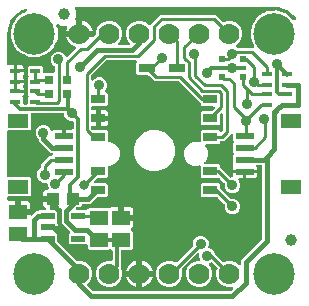
<source format=gbr>
G04 EAGLE Gerber RS-274X export*
G75*
%MOMM*%
%FSLAX34Y34*%
%LPD*%
%INTop Copper*%
%IPPOS*%
%AMOC8*
5,1,8,0,0,1.08239X$1,22.5*%
G01*
%ADD10R,1.500000X1.240000*%
%ADD11R,1.200000X0.550000*%
%ADD12R,1.075000X1.000000*%
%ADD13R,0.900000X0.450000*%
%ADD14R,0.500000X0.500000*%
%ADD15R,0.500000X0.400000*%
%ADD16C,1.778000*%
%ADD17C,3.516000*%
%ADD18R,1.550000X0.600000*%
%ADD19R,1.800000X1.200000*%
%ADD20C,1.000000*%
%ADD21R,0.800000X0.800000*%
%ADD22R,1.200000X0.800000*%
%ADD23R,1.350000X0.800000*%
%ADD24C,0.906400*%
%ADD25C,0.406400*%
%ADD26C,0.254000*%
%ADD27C,0.304800*%
%ADD28C,0.889000*%
%ADD29C,0.806400*%

G36*
X190929Y10427D02*
X190929Y10427D01*
X191028Y10430D01*
X191086Y10447D01*
X191146Y10455D01*
X191238Y10491D01*
X191333Y10519D01*
X191385Y10549D01*
X191442Y10572D01*
X191522Y10630D01*
X191607Y10680D01*
X191683Y10746D01*
X191699Y10758D01*
X191707Y10768D01*
X191728Y10786D01*
X193252Y12311D01*
X193337Y12420D01*
X193426Y12527D01*
X193435Y12546D01*
X193447Y12562D01*
X193502Y12689D01*
X193562Y12815D01*
X193565Y12835D01*
X193573Y12854D01*
X193595Y12992D01*
X193621Y13128D01*
X193620Y13148D01*
X193623Y13168D01*
X193610Y13307D01*
X193602Y13445D01*
X193595Y13464D01*
X193593Y13484D01*
X193546Y13616D01*
X193504Y13747D01*
X193493Y13765D01*
X193486Y13784D01*
X193408Y13899D01*
X193333Y14016D01*
X193319Y14030D01*
X193307Y14047D01*
X193203Y14139D01*
X193102Y14234D01*
X193084Y14244D01*
X193069Y14257D01*
X192945Y14321D01*
X192823Y14388D01*
X192804Y14393D01*
X192786Y14402D01*
X192650Y14432D01*
X192515Y14467D01*
X192487Y14469D01*
X192475Y14472D01*
X192455Y14471D01*
X192355Y14477D01*
X188327Y14477D01*
X184313Y16140D01*
X181240Y19213D01*
X179577Y23227D01*
X179577Y27573D01*
X180448Y29674D01*
X180455Y29702D01*
X180469Y29728D01*
X180497Y29855D01*
X180531Y29980D01*
X180532Y30010D01*
X180538Y30039D01*
X180534Y30168D01*
X180537Y30298D01*
X180530Y30327D01*
X180529Y30357D01*
X180493Y30481D01*
X180462Y30608D01*
X180449Y30634D01*
X180440Y30662D01*
X180375Y30774D01*
X180314Y30889D01*
X180294Y30911D01*
X180279Y30936D01*
X180172Y31057D01*
X176539Y34690D01*
X176516Y34708D01*
X176497Y34731D01*
X176390Y34806D01*
X176288Y34885D01*
X176261Y34897D01*
X176237Y34914D01*
X176115Y34960D01*
X175996Y35011D01*
X175967Y35016D01*
X175939Y35027D01*
X175810Y35041D01*
X175682Y35061D01*
X175652Y35059D01*
X175623Y35062D01*
X175495Y35044D01*
X175365Y35032D01*
X175337Y35022D01*
X175308Y35017D01*
X175156Y34965D01*
X173959Y34470D01*
X173916Y34445D01*
X173869Y34428D01*
X173778Y34367D01*
X173683Y34312D01*
X173647Y34278D01*
X173606Y34250D01*
X173533Y34167D01*
X173455Y34091D01*
X173429Y34049D01*
X173396Y34011D01*
X173346Y33913D01*
X173288Y33820D01*
X173274Y33772D01*
X173251Y33728D01*
X173227Y33621D01*
X173195Y33516D01*
X173192Y33466D01*
X173181Y33418D01*
X173185Y33308D01*
X173180Y33198D01*
X173190Y33150D01*
X173191Y33100D01*
X173222Y32994D01*
X173244Y32887D01*
X173266Y32842D01*
X173280Y32794D01*
X173335Y32700D01*
X173384Y32601D01*
X173416Y32563D01*
X173441Y32520D01*
X173547Y32400D01*
X174360Y31587D01*
X176023Y27573D01*
X176023Y23227D01*
X174360Y19213D01*
X171287Y16140D01*
X167273Y14477D01*
X162927Y14477D01*
X158913Y16140D01*
X155840Y19213D01*
X154177Y23227D01*
X154177Y27573D01*
X155840Y31587D01*
X158913Y34660D01*
X162927Y36323D01*
X164394Y36323D01*
X164443Y36329D01*
X164493Y36327D01*
X164600Y36349D01*
X164710Y36363D01*
X164756Y36381D01*
X164804Y36391D01*
X164903Y36439D01*
X165005Y36480D01*
X165045Y36509D01*
X165090Y36531D01*
X165174Y36602D01*
X165263Y36666D01*
X165294Y36705D01*
X165332Y36737D01*
X165395Y36827D01*
X165465Y36911D01*
X165487Y36956D01*
X165515Y36997D01*
X165554Y37100D01*
X165601Y37199D01*
X165610Y37248D01*
X165628Y37294D01*
X165640Y37404D01*
X165661Y37511D01*
X165658Y37561D01*
X165663Y37610D01*
X165648Y37719D01*
X165641Y37829D01*
X165626Y37876D01*
X165619Y37925D01*
X165567Y38078D01*
X165059Y39302D01*
X165059Y41754D01*
X165042Y41892D01*
X165029Y42031D01*
X165022Y42050D01*
X165020Y42070D01*
X164969Y42199D01*
X164921Y42330D01*
X164910Y42347D01*
X164903Y42366D01*
X164821Y42478D01*
X164743Y42593D01*
X164728Y42607D01*
X164716Y42623D01*
X164608Y42712D01*
X164504Y42804D01*
X164486Y42813D01*
X164471Y42826D01*
X164345Y42885D01*
X164221Y42948D01*
X164201Y42953D01*
X164183Y42961D01*
X164047Y42987D01*
X163911Y43018D01*
X163891Y43017D01*
X163871Y43021D01*
X163732Y43012D01*
X163593Y43008D01*
X163573Y43003D01*
X163553Y43001D01*
X163421Y42959D01*
X163287Y42920D01*
X163270Y42910D01*
X163251Y42903D01*
X163133Y42829D01*
X163014Y42758D01*
X162992Y42740D01*
X162982Y42733D01*
X162968Y42718D01*
X162893Y42652D01*
X150400Y30159D01*
X150381Y30135D01*
X150359Y30116D01*
X150284Y30010D01*
X150205Y29908D01*
X150193Y29880D01*
X150176Y29856D01*
X150130Y29735D01*
X150078Y29616D01*
X150074Y29587D01*
X150063Y29559D01*
X150049Y29430D01*
X150028Y29302D01*
X150031Y29272D01*
X150028Y29243D01*
X150046Y29114D01*
X150058Y28985D01*
X150068Y28957D01*
X150072Y28928D01*
X150124Y28776D01*
X150623Y27573D01*
X150623Y23227D01*
X148960Y19213D01*
X145887Y16140D01*
X141873Y14477D01*
X137527Y14477D01*
X133513Y16140D01*
X130440Y19213D01*
X128777Y23227D01*
X128777Y27573D01*
X130440Y31587D01*
X133513Y34660D01*
X137527Y36323D01*
X141873Y36323D01*
X144872Y35081D01*
X144900Y35073D01*
X144926Y35059D01*
X145053Y35031D01*
X145178Y34997D01*
X145208Y34996D01*
X145237Y34990D01*
X145366Y34994D01*
X145496Y34992D01*
X145525Y34998D01*
X145555Y34999D01*
X145679Y35035D01*
X145806Y35066D01*
X145832Y35080D01*
X145860Y35088D01*
X145972Y35154D01*
X146087Y35214D01*
X146109Y35234D01*
X146134Y35249D01*
X146255Y35356D01*
X159434Y48534D01*
X159494Y48613D01*
X159562Y48685D01*
X159591Y48738D01*
X159628Y48786D01*
X159668Y48877D01*
X159716Y48963D01*
X159731Y49022D01*
X159755Y49077D01*
X159770Y49175D01*
X159795Y49271D01*
X159801Y49371D01*
X159805Y49392D01*
X159803Y49404D01*
X159805Y49432D01*
X159805Y52106D01*
X160805Y54519D01*
X162651Y56365D01*
X165064Y57365D01*
X167676Y57365D01*
X170089Y56365D01*
X171935Y54519D01*
X172935Y52106D01*
X172935Y49494D01*
X172599Y48684D01*
X172568Y48569D01*
X172529Y48456D01*
X172526Y48416D01*
X172515Y48377D01*
X172513Y48258D01*
X172504Y48139D01*
X172511Y48099D01*
X172510Y48059D01*
X172538Y47943D01*
X172558Y47826D01*
X172575Y47789D01*
X172584Y47750D01*
X172640Y47644D01*
X172689Y47536D01*
X172714Y47504D01*
X172733Y47469D01*
X172813Y47381D01*
X172887Y47288D01*
X172920Y47263D01*
X172947Y47233D01*
X173046Y47168D01*
X173141Y47096D01*
X173195Y47070D01*
X173212Y47059D01*
X173232Y47052D01*
X173286Y47025D01*
X175343Y46173D01*
X177189Y44327D01*
X177761Y42946D01*
X177766Y42938D01*
X177769Y42929D01*
X177845Y42800D01*
X177919Y42670D01*
X177925Y42663D01*
X177930Y42655D01*
X177970Y42609D01*
X177972Y42607D01*
X177975Y42604D01*
X178036Y42534D01*
X184843Y35728D01*
X184867Y35709D01*
X184886Y35687D01*
X184992Y35612D01*
X185094Y35533D01*
X185122Y35521D01*
X185146Y35504D01*
X185267Y35458D01*
X185386Y35406D01*
X185415Y35402D01*
X185443Y35391D01*
X185572Y35377D01*
X185700Y35356D01*
X185730Y35359D01*
X185759Y35356D01*
X185888Y35374D01*
X186017Y35386D01*
X186045Y35396D01*
X186074Y35400D01*
X186226Y35452D01*
X188327Y36323D01*
X192673Y36323D01*
X196687Y34660D01*
X198239Y33109D01*
X198348Y33023D01*
X198455Y32935D01*
X198474Y32926D01*
X198490Y32914D01*
X198618Y32858D01*
X198743Y32799D01*
X198763Y32795D01*
X198782Y32787D01*
X198920Y32765D01*
X199056Y32739D01*
X199076Y32741D01*
X199096Y32737D01*
X199235Y32750D01*
X199373Y32759D01*
X199392Y32765D01*
X199412Y32767D01*
X199544Y32814D01*
X199675Y32857D01*
X199693Y32868D01*
X199712Y32875D01*
X199827Y32953D01*
X199944Y33027D01*
X199958Y33042D01*
X199975Y33053D01*
X200067Y33158D01*
X200162Y33259D01*
X200172Y33277D01*
X200185Y33292D01*
X200249Y33416D01*
X200316Y33537D01*
X200321Y33557D01*
X200330Y33575D01*
X200360Y33711D01*
X200395Y33845D01*
X200397Y33873D01*
X200400Y33885D01*
X200399Y33906D01*
X200405Y34006D01*
X200405Y37244D01*
X217894Y54732D01*
X217954Y54810D01*
X218022Y54882D01*
X218051Y54935D01*
X218088Y54983D01*
X218128Y55074D01*
X218176Y55161D01*
X218191Y55219D01*
X218215Y55275D01*
X218230Y55373D01*
X218255Y55469D01*
X218261Y55569D01*
X218265Y55589D01*
X218263Y55601D01*
X218265Y55629D01*
X218265Y116666D01*
X218250Y116784D01*
X218243Y116903D01*
X218230Y116941D01*
X218225Y116982D01*
X218182Y117092D01*
X218145Y117205D01*
X218123Y117240D01*
X218108Y117277D01*
X218039Y117373D01*
X217975Y117474D01*
X217945Y117502D01*
X217922Y117535D01*
X217830Y117611D01*
X217743Y117692D01*
X217708Y117712D01*
X217677Y117737D01*
X217569Y117788D01*
X217465Y117846D01*
X217425Y117856D01*
X217389Y117873D01*
X217272Y117895D01*
X217157Y117925D01*
X217097Y117929D01*
X217077Y117933D01*
X217056Y117931D01*
X216996Y117935D01*
X214647Y117935D01*
X214516Y117919D01*
X214384Y117908D01*
X214359Y117899D01*
X214332Y117895D01*
X214209Y117847D01*
X214084Y117803D01*
X214061Y117788D01*
X214036Y117778D01*
X213929Y117701D01*
X213819Y117627D01*
X213801Y117607D01*
X213779Y117592D01*
X213694Y117489D01*
X213606Y117391D01*
X213593Y117367D01*
X213576Y117347D01*
X213520Y117227D01*
X213458Y117109D01*
X213452Y117083D01*
X213441Y117059D01*
X213416Y116929D01*
X213385Y116800D01*
X213386Y116773D01*
X213381Y116747D01*
X213389Y116615D01*
X213392Y116482D01*
X213399Y116456D01*
X213401Y116429D01*
X213441Y116303D01*
X213477Y116176D01*
X213494Y116141D01*
X213499Y116127D01*
X213510Y116108D01*
X213548Y116031D01*
X213578Y115981D01*
X213751Y115334D01*
X213751Y113499D01*
X203690Y113499D01*
X203572Y113484D01*
X203453Y113477D01*
X203446Y113475D01*
X203390Y113489D01*
X203330Y113493D01*
X203310Y113497D01*
X203290Y113495D01*
X203230Y113499D01*
X193169Y113499D01*
X193169Y115334D01*
X193342Y115981D01*
X193718Y116631D01*
X193730Y116645D01*
X193749Y116681D01*
X193773Y116712D01*
X193821Y116822D01*
X193875Y116928D01*
X193884Y116967D01*
X193900Y117004D01*
X193918Y117122D01*
X193945Y117239D01*
X193943Y117278D01*
X193950Y117318D01*
X193939Y117437D01*
X193935Y117557D01*
X193924Y117595D01*
X193920Y117635D01*
X193880Y117747D01*
X193847Y117862D01*
X193826Y117896D01*
X193813Y117934D01*
X193746Y118033D01*
X193685Y118136D01*
X193677Y118145D01*
X193677Y125842D01*
X193938Y126102D01*
X194011Y126197D01*
X194090Y126286D01*
X194108Y126322D01*
X194133Y126354D01*
X194180Y126463D01*
X194234Y126569D01*
X194243Y126608D01*
X194259Y126646D01*
X194278Y126763D01*
X194304Y126879D01*
X194303Y126920D01*
X194309Y126960D01*
X194298Y127078D01*
X194294Y127197D01*
X194283Y127236D01*
X194279Y127276D01*
X194239Y127388D01*
X194206Y127503D01*
X194185Y127538D01*
X194172Y127576D01*
X194105Y127674D01*
X194044Y127777D01*
X194004Y127822D01*
X193993Y127839D01*
X193978Y127852D01*
X193938Y127897D01*
X193677Y128158D01*
X193677Y135842D01*
X193938Y136102D01*
X194011Y136197D01*
X194090Y136286D01*
X194108Y136322D01*
X194133Y136354D01*
X194180Y136463D01*
X194234Y136569D01*
X194243Y136608D01*
X194259Y136646D01*
X194278Y136763D01*
X194304Y136879D01*
X194303Y136920D01*
X194309Y136960D01*
X194298Y137078D01*
X194294Y137197D01*
X194283Y137236D01*
X194279Y137276D01*
X194239Y137388D01*
X194206Y137503D01*
X194185Y137538D01*
X194172Y137576D01*
X194105Y137674D01*
X194044Y137777D01*
X194004Y137822D01*
X193993Y137839D01*
X193978Y137852D01*
X193938Y137897D01*
X193677Y138158D01*
X193677Y142762D01*
X193660Y142900D01*
X193647Y143039D01*
X193640Y143058D01*
X193637Y143078D01*
X193586Y143207D01*
X193539Y143338D01*
X193528Y143355D01*
X193520Y143373D01*
X193439Y143486D01*
X193361Y143601D01*
X193345Y143614D01*
X193334Y143631D01*
X193226Y143720D01*
X193122Y143812D01*
X193104Y143821D01*
X193089Y143834D01*
X192963Y143893D01*
X192839Y143956D01*
X192819Y143961D01*
X192801Y143969D01*
X192665Y143995D01*
X192529Y144026D01*
X192508Y144025D01*
X192489Y144029D01*
X192350Y144020D01*
X192211Y144016D01*
X192191Y144010D01*
X192171Y144009D01*
X192039Y143966D01*
X191905Y143928D01*
X191888Y143917D01*
X191869Y143911D01*
X191751Y143837D01*
X191631Y143766D01*
X191610Y143748D01*
X191600Y143741D01*
X191586Y143726D01*
X191511Y143660D01*
X185668Y137817D01*
X183802Y137817D01*
X183684Y137802D01*
X183565Y137795D01*
X183527Y137782D01*
X183486Y137777D01*
X183376Y137734D01*
X183263Y137697D01*
X183228Y137675D01*
X183191Y137660D01*
X183095Y137591D01*
X182994Y137527D01*
X182966Y137497D01*
X182933Y137474D01*
X182857Y137382D01*
X182776Y137295D01*
X182756Y137260D01*
X182731Y137229D01*
X182680Y137121D01*
X182622Y137017D01*
X182612Y136977D01*
X182595Y136941D01*
X182573Y136824D01*
X182543Y136709D01*
X182539Y136649D01*
X182535Y136629D01*
X182537Y136608D01*
X182533Y136548D01*
X182533Y136278D01*
X181342Y135087D01*
X171177Y135087D01*
X171039Y135070D01*
X170900Y135057D01*
X170881Y135050D01*
X170861Y135047D01*
X170732Y134996D01*
X170601Y134949D01*
X170584Y134938D01*
X170565Y134930D01*
X170453Y134849D01*
X170338Y134771D01*
X170324Y134755D01*
X170308Y134744D01*
X170220Y134637D01*
X170127Y134532D01*
X170118Y134514D01*
X170105Y134499D01*
X170046Y134373D01*
X169983Y134249D01*
X169978Y134229D01*
X169970Y134211D01*
X169944Y134075D01*
X169913Y133939D01*
X169914Y133918D01*
X169910Y133899D01*
X169919Y133760D01*
X169923Y133621D01*
X169929Y133601D01*
X169930Y133581D01*
X169973Y133449D01*
X170011Y133315D01*
X170022Y133298D01*
X170028Y133279D01*
X170102Y133161D01*
X170173Y133041D01*
X170191Y133020D01*
X170198Y133010D01*
X170213Y132996D01*
X170279Y132920D01*
X170512Y132688D01*
X172041Y128997D01*
X172041Y125003D01*
X170512Y121312D01*
X169519Y120319D01*
X169434Y120210D01*
X169345Y120103D01*
X169337Y120084D01*
X169324Y120068D01*
X169269Y119941D01*
X169210Y119815D01*
X169206Y119795D01*
X169198Y119776D01*
X169176Y119638D01*
X169150Y119502D01*
X169151Y119482D01*
X169148Y119462D01*
X169161Y119323D01*
X169170Y119185D01*
X169176Y119166D01*
X169178Y119146D01*
X169225Y119014D01*
X169268Y118883D01*
X169279Y118865D01*
X169285Y118846D01*
X169364Y118731D01*
X169438Y118614D01*
X169453Y118600D01*
X169464Y118583D01*
X169568Y118491D01*
X169670Y118396D01*
X169687Y118386D01*
X169702Y118373D01*
X169826Y118310D01*
X169948Y118242D01*
X169968Y118237D01*
X169986Y118228D01*
X170122Y118198D01*
X170256Y118163D01*
X170284Y118161D01*
X170296Y118158D01*
X170317Y118159D01*
X170417Y118153D01*
X181342Y118153D01*
X182533Y116962D01*
X182533Y116034D01*
X182545Y115936D01*
X182548Y115837D01*
X182565Y115778D01*
X182573Y115718D01*
X182609Y115626D01*
X182637Y115531D01*
X182667Y115479D01*
X182690Y115423D01*
X182748Y115342D01*
X182798Y115257D01*
X182864Y115182D01*
X182876Y115165D01*
X182886Y115157D01*
X182904Y115136D01*
X190774Y107266D01*
X190853Y107206D01*
X190925Y107138D01*
X190978Y107109D01*
X191026Y107072D01*
X191117Y107032D01*
X191203Y106984D01*
X191262Y106969D01*
X191317Y106945D01*
X191415Y106930D01*
X191511Y106905D01*
X191611Y106899D01*
X191632Y106895D01*
X191644Y106897D01*
X191672Y106895D01*
X191990Y106895D01*
X192115Y106911D01*
X192240Y106920D01*
X192272Y106930D01*
X192305Y106935D01*
X192422Y106981D01*
X192541Y107021D01*
X192570Y107039D01*
X192601Y107052D01*
X192703Y107126D01*
X192808Y107194D01*
X192831Y107219D01*
X192858Y107238D01*
X192938Y107335D01*
X193024Y107428D01*
X193040Y107457D01*
X193061Y107483D01*
X193115Y107597D01*
X193174Y107708D01*
X193182Y107741D01*
X193197Y107771D01*
X193220Y107894D01*
X193250Y108017D01*
X193250Y108050D01*
X193256Y108083D01*
X193249Y108209D01*
X193247Y108335D01*
X193238Y108383D01*
X193237Y108401D01*
X193230Y108421D01*
X193216Y108493D01*
X193169Y108665D01*
X193169Y110501D01*
X201961Y110501D01*
X201961Y106459D01*
X199259Y106459D01*
X199121Y106442D01*
X198982Y106429D01*
X198963Y106422D01*
X198943Y106419D01*
X198814Y106368D01*
X198683Y106321D01*
X198666Y106310D01*
X198648Y106302D01*
X198535Y106221D01*
X198420Y106143D01*
X198407Y106127D01*
X198390Y106116D01*
X198302Y106009D01*
X198210Y105904D01*
X198200Y105886D01*
X198188Y105871D01*
X198128Y105745D01*
X198065Y105621D01*
X198061Y105601D01*
X198052Y105583D01*
X198026Y105447D01*
X197995Y105311D01*
X197996Y105290D01*
X197992Y105271D01*
X198001Y105132D01*
X198005Y104993D01*
X198011Y104973D01*
X198012Y104953D01*
X198055Y104821D01*
X198093Y104687D01*
X198104Y104670D01*
X198110Y104651D01*
X198184Y104533D01*
X198255Y104413D01*
X198274Y104392D01*
X198280Y104382D01*
X198295Y104368D01*
X198361Y104292D01*
X198605Y104049D01*
X199605Y101636D01*
X199605Y99024D01*
X198605Y96611D01*
X196759Y94765D01*
X194346Y93765D01*
X191734Y93765D01*
X189321Y94765D01*
X187475Y96611D01*
X186475Y99024D01*
X186475Y101698D01*
X186463Y101796D01*
X186460Y101895D01*
X186443Y101954D01*
X186435Y102014D01*
X186399Y102106D01*
X186371Y102201D01*
X186341Y102253D01*
X186318Y102309D01*
X186260Y102389D01*
X186210Y102475D01*
X186144Y102550D01*
X186132Y102567D01*
X186122Y102575D01*
X186104Y102596D01*
X182874Y105825D01*
X182780Y105898D01*
X182691Y105977D01*
X182655Y105995D01*
X182623Y106020D01*
X182514Y106067D01*
X182408Y106121D01*
X182369Y106130D01*
X182331Y106146D01*
X182214Y106165D01*
X182098Y106191D01*
X182057Y106190D01*
X182017Y106196D01*
X181899Y106185D01*
X181780Y106181D01*
X181741Y106170D01*
X181701Y106166D01*
X181588Y106126D01*
X181474Y106093D01*
X181465Y106087D01*
X167658Y106087D01*
X166467Y107278D01*
X166467Y116083D01*
X166461Y116132D01*
X166463Y116182D01*
X166441Y116289D01*
X166427Y116398D01*
X166409Y116445D01*
X166399Y116493D01*
X166351Y116592D01*
X166310Y116694D01*
X166281Y116734D01*
X166259Y116779D01*
X166188Y116862D01*
X166124Y116951D01*
X166085Y116983D01*
X166053Y117021D01*
X165963Y117084D01*
X165879Y117154D01*
X165834Y117175D01*
X165793Y117204D01*
X165690Y117243D01*
X165591Y117290D01*
X165542Y117299D01*
X165496Y117317D01*
X165386Y117329D01*
X165279Y117350D01*
X165229Y117346D01*
X165180Y117352D01*
X165071Y117337D01*
X164961Y117330D01*
X164914Y117314D01*
X164865Y117308D01*
X164712Y117255D01*
X163997Y116959D01*
X160003Y116959D01*
X156312Y118488D01*
X153488Y121312D01*
X151959Y125003D01*
X151959Y128997D01*
X153488Y132688D01*
X156312Y135512D01*
X160003Y137041D01*
X163997Y137041D01*
X164712Y136745D01*
X164760Y136731D01*
X164805Y136710D01*
X164913Y136690D01*
X165019Y136661D01*
X165069Y136660D01*
X165118Y136650D01*
X165227Y136657D01*
X165337Y136656D01*
X165385Y136667D01*
X165435Y136670D01*
X165539Y136704D01*
X165646Y136730D01*
X165690Y136753D01*
X165737Y136768D01*
X165830Y136827D01*
X165927Y136878D01*
X165964Y136912D01*
X166006Y136938D01*
X166081Y137018D01*
X166163Y137092D01*
X166190Y137134D01*
X166224Y137170D01*
X166277Y137266D01*
X166337Y137358D01*
X166354Y137405D01*
X166378Y137449D01*
X166405Y137555D01*
X166441Y137659D01*
X166445Y137708D01*
X166457Y137756D01*
X166467Y137917D01*
X166467Y145962D01*
X167658Y147153D01*
X181342Y147153D01*
X182604Y145890D01*
X182699Y145817D01*
X182788Y145738D01*
X182824Y145720D01*
X182856Y145695D01*
X182965Y145648D01*
X183071Y145594D01*
X183110Y145585D01*
X183148Y145569D01*
X183265Y145550D01*
X183381Y145524D01*
X183422Y145525D01*
X183462Y145519D01*
X183580Y145530D01*
X183699Y145534D01*
X183738Y145545D01*
X183778Y145549D01*
X183890Y145589D01*
X184005Y145622D01*
X184039Y145643D01*
X184078Y145657D01*
X184176Y145723D01*
X184279Y145784D01*
X184324Y145824D01*
X184341Y145835D01*
X184354Y145850D01*
X184399Y145890D01*
X184700Y146190D01*
X184760Y146269D01*
X184828Y146341D01*
X184857Y146394D01*
X184894Y146442D01*
X184934Y146533D01*
X184982Y146619D01*
X184997Y146678D01*
X185021Y146733D01*
X185036Y146831D01*
X185061Y146927D01*
X185067Y147027D01*
X185071Y147048D01*
X185069Y147060D01*
X185071Y147088D01*
X185071Y159956D01*
X185054Y160094D01*
X185041Y160233D01*
X185034Y160252D01*
X185031Y160272D01*
X184980Y160401D01*
X184933Y160532D01*
X184922Y160549D01*
X184914Y160567D01*
X184833Y160680D01*
X184755Y160795D01*
X184739Y160808D01*
X184728Y160825D01*
X184620Y160914D01*
X184516Y161006D01*
X184498Y161015D01*
X184483Y161028D01*
X184357Y161087D01*
X184233Y161150D01*
X184213Y161155D01*
X184195Y161163D01*
X184059Y161189D01*
X183923Y161220D01*
X183902Y161219D01*
X183883Y161223D01*
X183744Y161214D01*
X183605Y161210D01*
X183585Y161204D01*
X183565Y161203D01*
X183433Y161160D01*
X183299Y161122D01*
X183282Y161111D01*
X183263Y161105D01*
X183145Y161031D01*
X183025Y160960D01*
X183004Y160942D01*
X182994Y160935D01*
X182980Y160920D01*
X182905Y160854D01*
X182904Y160854D01*
X182844Y160775D01*
X182776Y160703D01*
X182747Y160650D01*
X182710Y160602D01*
X182670Y160511D01*
X182622Y160425D01*
X182607Y160366D01*
X182583Y160311D01*
X182568Y160213D01*
X182543Y160117D01*
X182537Y160017D01*
X182533Y159997D01*
X182535Y159984D01*
X182533Y159956D01*
X182533Y152278D01*
X181342Y151087D01*
X167658Y151087D01*
X166467Y152278D01*
X166467Y161962D01*
X167658Y163153D01*
X175336Y163153D01*
X175434Y163165D01*
X175533Y163168D01*
X175592Y163185D01*
X175652Y163193D01*
X175744Y163229D01*
X175839Y163257D01*
X175891Y163287D01*
X175947Y163310D01*
X176027Y163368D01*
X176113Y163418D01*
X176188Y163484D01*
X176205Y163496D01*
X176213Y163506D01*
X176234Y163524D01*
X177630Y164921D01*
X177715Y165030D01*
X177804Y165137D01*
X177812Y165156D01*
X177825Y165172D01*
X177880Y165300D01*
X177939Y165425D01*
X177943Y165445D01*
X177951Y165464D01*
X177973Y165602D01*
X177999Y165738D01*
X177998Y165758D01*
X178001Y165778D01*
X177988Y165917D01*
X177979Y166055D01*
X177973Y166074D01*
X177971Y166094D01*
X177924Y166226D01*
X177881Y166357D01*
X177870Y166375D01*
X177863Y166394D01*
X177785Y166509D01*
X177711Y166626D01*
X177696Y166640D01*
X177685Y166657D01*
X177581Y166749D01*
X177479Y166844D01*
X177462Y166854D01*
X177446Y166867D01*
X177323Y166930D01*
X177201Y166998D01*
X177181Y167003D01*
X177163Y167012D01*
X177027Y167042D01*
X176893Y167077D01*
X176865Y167079D01*
X176853Y167082D01*
X176832Y167081D01*
X176732Y167087D01*
X167658Y167087D01*
X166467Y168278D01*
X166467Y168696D01*
X166455Y168794D01*
X166452Y168893D01*
X166435Y168952D01*
X166427Y169012D01*
X166391Y169104D01*
X166363Y169199D01*
X166333Y169251D01*
X166310Y169307D01*
X166252Y169387D01*
X166202Y169473D01*
X166136Y169548D01*
X166124Y169565D01*
X166114Y169573D01*
X166096Y169594D01*
X147594Y188096D01*
X147515Y188156D01*
X147443Y188224D01*
X147390Y188253D01*
X147342Y188290D01*
X147251Y188330D01*
X147165Y188378D01*
X147106Y188393D01*
X147051Y188417D01*
X146953Y188432D01*
X146857Y188457D01*
X146757Y188463D01*
X146736Y188467D01*
X146724Y188465D01*
X146696Y188467D01*
X126902Y188467D01*
X124596Y190774D01*
X122384Y192986D01*
X122305Y193046D01*
X122233Y193114D01*
X122180Y193143D01*
X122132Y193180D01*
X122041Y193220D01*
X121955Y193268D01*
X121896Y193283D01*
X121841Y193307D01*
X121743Y193322D01*
X121647Y193347D01*
X121547Y193353D01*
X121527Y193357D01*
X121514Y193355D01*
X121486Y193357D01*
X113058Y193357D01*
X111867Y194548D01*
X111867Y204270D01*
X111890Y204297D01*
X111898Y204316D01*
X111911Y204332D01*
X111966Y204459D01*
X112025Y204585D01*
X112029Y204605D01*
X112037Y204624D01*
X112059Y204761D01*
X112085Y204898D01*
X112084Y204918D01*
X112087Y204938D01*
X112074Y205076D01*
X112065Y205215D01*
X112059Y205234D01*
X112057Y205254D01*
X112010Y205385D01*
X111967Y205517D01*
X111956Y205535D01*
X111950Y205554D01*
X111872Y205668D01*
X111797Y205786D01*
X111782Y205800D01*
X111771Y205817D01*
X111667Y205908D01*
X111565Y206004D01*
X111548Y206014D01*
X111533Y206027D01*
X111409Y206090D01*
X111287Y206158D01*
X111267Y206163D01*
X111249Y206172D01*
X111113Y206202D01*
X110979Y206237D01*
X110951Y206239D01*
X110939Y206242D01*
X110919Y206241D01*
X110818Y206247D01*
X86984Y206247D01*
X86886Y206235D01*
X86787Y206232D01*
X86728Y206215D01*
X86668Y206207D01*
X86576Y206171D01*
X86481Y206143D01*
X86429Y206113D01*
X86373Y206090D01*
X86293Y206032D01*
X86207Y205982D01*
X86132Y205916D01*
X86115Y205904D01*
X86107Y205894D01*
X86086Y205876D01*
X73524Y193314D01*
X73464Y193235D01*
X73396Y193163D01*
X73367Y193110D01*
X73330Y193062D01*
X73290Y192971D01*
X73242Y192885D01*
X73227Y192826D01*
X73203Y192771D01*
X73188Y192673D01*
X73163Y192577D01*
X73157Y192477D01*
X73153Y192457D01*
X73155Y192444D01*
X73153Y192416D01*
X73153Y190307D01*
X73170Y190169D01*
X73183Y190031D01*
X73190Y190012D01*
X73193Y189992D01*
X73244Y189863D01*
X73291Y189732D01*
X73302Y189715D01*
X73310Y189696D01*
X73391Y189584D01*
X73469Y189469D01*
X73485Y189455D01*
X73496Y189439D01*
X73604Y189350D01*
X73708Y189258D01*
X73726Y189249D01*
X73741Y189236D01*
X73867Y189177D01*
X73991Y189113D01*
X74011Y189109D01*
X74029Y189100D01*
X74166Y189074D01*
X74301Y189044D01*
X74322Y189044D01*
X74341Y189041D01*
X74480Y189049D01*
X74619Y189053D01*
X74639Y189059D01*
X74659Y189060D01*
X74791Y189103D01*
X74925Y189142D01*
X74942Y189152D01*
X74961Y189158D01*
X75079Y189233D01*
X75199Y189303D01*
X75220Y189322D01*
X75230Y189329D01*
X75244Y189344D01*
X75319Y189410D01*
X76593Y190684D01*
X79006Y191683D01*
X81618Y191683D01*
X84030Y190684D01*
X85877Y188837D01*
X86877Y186424D01*
X86877Y183812D01*
X85877Y181400D01*
X85797Y181320D01*
X85712Y181210D01*
X85623Y181103D01*
X85614Y181084D01*
X85602Y181068D01*
X85547Y180941D01*
X85488Y180815D01*
X85484Y180795D01*
X85476Y180776D01*
X85454Y180639D01*
X85428Y180502D01*
X85429Y180482D01*
X85426Y180462D01*
X85439Y180324D01*
X85448Y180185D01*
X85454Y180166D01*
X85456Y180146D01*
X85503Y180015D01*
X85546Y179883D01*
X85556Y179865D01*
X85563Y179846D01*
X85641Y179731D01*
X85716Y179614D01*
X85730Y179600D01*
X85742Y179583D01*
X85846Y179491D01*
X85947Y179396D01*
X85965Y179386D01*
X85980Y179373D01*
X86104Y179310D01*
X86226Y179242D01*
X86245Y179237D01*
X86263Y179228D01*
X86267Y179227D01*
X87533Y177962D01*
X87533Y168278D01*
X86342Y167087D01*
X74422Y167087D01*
X74304Y167072D01*
X74185Y167065D01*
X74147Y167052D01*
X74106Y167047D01*
X73996Y167004D01*
X73883Y166967D01*
X73848Y166945D01*
X73811Y166930D01*
X73715Y166861D01*
X73614Y166797D01*
X73586Y166767D01*
X73553Y166744D01*
X73477Y166652D01*
X73396Y166565D01*
X73376Y166530D01*
X73351Y166499D01*
X73300Y166391D01*
X73242Y166287D01*
X73232Y166247D01*
X73215Y166211D01*
X73193Y166094D01*
X73163Y165979D01*
X73159Y165919D01*
X73155Y165899D01*
X73157Y165878D01*
X73153Y165818D01*
X73153Y164930D01*
X73168Y164812D01*
X73175Y164693D01*
X73188Y164655D01*
X73193Y164614D01*
X73236Y164504D01*
X73273Y164391D01*
X73295Y164356D01*
X73310Y164319D01*
X73379Y164223D01*
X73443Y164122D01*
X73473Y164094D01*
X73496Y164061D01*
X73588Y163985D01*
X73675Y163904D01*
X73710Y163884D01*
X73741Y163859D01*
X73849Y163808D01*
X73953Y163750D01*
X73993Y163740D01*
X74029Y163723D01*
X74146Y163701D01*
X74261Y163671D01*
X74321Y163667D01*
X74341Y163663D01*
X74362Y163665D01*
X74422Y163661D01*
X77501Y163661D01*
X77501Y157850D01*
X77516Y157732D01*
X77523Y157613D01*
X77535Y157575D01*
X77541Y157535D01*
X77584Y157424D01*
X77621Y157311D01*
X77643Y157277D01*
X77658Y157239D01*
X77727Y157143D01*
X77738Y157126D01*
X77724Y157102D01*
X77699Y157070D01*
X77648Y156963D01*
X77590Y156858D01*
X77580Y156819D01*
X77563Y156783D01*
X77541Y156666D01*
X77511Y156550D01*
X77507Y156490D01*
X77503Y156470D01*
X77504Y156462D01*
X77503Y156459D01*
X77504Y156444D01*
X77501Y156390D01*
X77501Y150579D01*
X74422Y150579D01*
X74304Y150564D01*
X74185Y150557D01*
X74147Y150544D01*
X74106Y150539D01*
X73996Y150496D01*
X73883Y150459D01*
X73848Y150437D01*
X73811Y150422D01*
X73715Y150353D01*
X73614Y150289D01*
X73586Y150259D01*
X73553Y150236D01*
X73477Y150144D01*
X73396Y150057D01*
X73376Y150022D01*
X73351Y149991D01*
X73300Y149883D01*
X73242Y149779D01*
X73232Y149739D01*
X73215Y149703D01*
X73193Y149586D01*
X73163Y149471D01*
X73159Y149411D01*
X73155Y149391D01*
X73157Y149370D01*
X73153Y149310D01*
X73153Y149214D01*
X73165Y149116D01*
X73168Y149017D01*
X73185Y148958D01*
X73193Y148898D01*
X73229Y148806D01*
X73257Y148711D01*
X73287Y148659D01*
X73310Y148603D01*
X73368Y148523D01*
X73418Y148437D01*
X73484Y148362D01*
X73496Y148345D01*
X73506Y148337D01*
X73524Y148316D01*
X74316Y147524D01*
X74395Y147464D01*
X74467Y147396D01*
X74520Y147367D01*
X74568Y147330D01*
X74659Y147290D01*
X74745Y147242D01*
X74804Y147227D01*
X74859Y147203D01*
X74957Y147188D01*
X75053Y147163D01*
X75153Y147157D01*
X75174Y147153D01*
X75186Y147155D01*
X75214Y147153D01*
X86342Y147153D01*
X87533Y145962D01*
X87533Y138310D01*
X87548Y138192D01*
X87555Y138073D01*
X87568Y138035D01*
X87573Y137994D01*
X87616Y137884D01*
X87653Y137771D01*
X87675Y137736D01*
X87690Y137699D01*
X87759Y137603D01*
X87823Y137502D01*
X87853Y137474D01*
X87876Y137441D01*
X87968Y137365D01*
X88055Y137284D01*
X88090Y137264D01*
X88121Y137239D01*
X88229Y137188D01*
X88333Y137130D01*
X88373Y137120D01*
X88409Y137103D01*
X88526Y137081D01*
X88641Y137051D01*
X88701Y137047D01*
X88721Y137043D01*
X88742Y137045D01*
X88802Y137041D01*
X89497Y137041D01*
X93188Y135512D01*
X96012Y132688D01*
X97541Y128997D01*
X97541Y125003D01*
X96012Y121312D01*
X93188Y118488D01*
X89497Y116959D01*
X88802Y116959D01*
X88684Y116944D01*
X88565Y116937D01*
X88527Y116924D01*
X88486Y116919D01*
X88376Y116876D01*
X88263Y116839D01*
X88228Y116817D01*
X88191Y116802D01*
X88095Y116733D01*
X87994Y116669D01*
X87966Y116639D01*
X87933Y116616D01*
X87857Y116524D01*
X87776Y116437D01*
X87756Y116402D01*
X87731Y116371D01*
X87680Y116263D01*
X87622Y116159D01*
X87612Y116119D01*
X87595Y116083D01*
X87573Y115966D01*
X87543Y115851D01*
X87539Y115791D01*
X87535Y115771D01*
X87537Y115750D01*
X87533Y115690D01*
X87533Y107278D01*
X86342Y106087D01*
X78664Y106087D01*
X78566Y106075D01*
X78467Y106072D01*
X78408Y106055D01*
X78348Y106047D01*
X78256Y106011D01*
X78161Y105983D01*
X78109Y105953D01*
X78053Y105930D01*
X77973Y105872D01*
X77887Y105822D01*
X77812Y105756D01*
X77795Y105744D01*
X77787Y105734D01*
X77766Y105716D01*
X76370Y104319D01*
X76285Y104210D01*
X76196Y104103D01*
X76188Y104084D01*
X76175Y104068D01*
X76120Y103941D01*
X76061Y103815D01*
X76057Y103795D01*
X76049Y103776D01*
X76027Y103638D01*
X76001Y103502D01*
X76002Y103482D01*
X75999Y103462D01*
X76012Y103323D01*
X76021Y103185D01*
X76027Y103166D01*
X76029Y103146D01*
X76076Y103014D01*
X76119Y102883D01*
X76130Y102865D01*
X76137Y102846D01*
X76215Y102731D01*
X76289Y102614D01*
X76304Y102600D01*
X76315Y102583D01*
X76419Y102491D01*
X76521Y102396D01*
X76538Y102386D01*
X76554Y102373D01*
X76678Y102309D01*
X76799Y102242D01*
X76819Y102237D01*
X76837Y102228D01*
X76973Y102198D01*
X77107Y102163D01*
X77135Y102161D01*
X77147Y102158D01*
X77168Y102159D01*
X77268Y102153D01*
X86342Y102153D01*
X87533Y100962D01*
X87533Y91278D01*
X86342Y90087D01*
X78581Y90087D01*
X78483Y90075D01*
X78384Y90072D01*
X78326Y90055D01*
X78266Y90047D01*
X78174Y90011D01*
X78079Y89983D01*
X78027Y89953D01*
X77970Y89930D01*
X77890Y89872D01*
X77805Y89822D01*
X77729Y89756D01*
X77713Y89744D01*
X77705Y89734D01*
X77684Y89716D01*
X72804Y84835D01*
X66707Y84835D01*
X66589Y84820D01*
X66470Y84813D01*
X66432Y84800D01*
X66391Y84795D01*
X66281Y84752D01*
X66168Y84715D01*
X66133Y84693D01*
X66096Y84678D01*
X66000Y84609D01*
X65899Y84545D01*
X65871Y84515D01*
X65838Y84492D01*
X65762Y84400D01*
X65681Y84313D01*
X65661Y84278D01*
X65636Y84247D01*
X65585Y84139D01*
X65527Y84035D01*
X65517Y83995D01*
X65500Y83959D01*
X65478Y83842D01*
X65448Y83727D01*
X65444Y83667D01*
X65440Y83647D01*
X65442Y83626D01*
X65438Y83566D01*
X65438Y83058D01*
X64247Y81867D01*
X61905Y81867D01*
X61807Y81855D01*
X61708Y81852D01*
X61650Y81835D01*
X61590Y81827D01*
X61497Y81791D01*
X61402Y81763D01*
X61350Y81733D01*
X61294Y81710D01*
X61214Y81652D01*
X61128Y81602D01*
X61053Y81536D01*
X61036Y81524D01*
X61029Y81514D01*
X61008Y81496D01*
X60732Y81220D01*
X60646Y81110D01*
X60558Y81003D01*
X60549Y80984D01*
X60537Y80968D01*
X60481Y80840D01*
X60422Y80715D01*
X60418Y80695D01*
X60410Y80676D01*
X60388Y80539D01*
X60362Y80402D01*
X60364Y80382D01*
X60360Y80362D01*
X60373Y80224D01*
X60382Y80085D01*
X60388Y80066D01*
X60390Y80046D01*
X60437Y79915D01*
X60480Y79783D01*
X60491Y79765D01*
X60498Y79746D01*
X60576Y79631D01*
X60650Y79514D01*
X60665Y79500D01*
X60676Y79483D01*
X60780Y79391D01*
X60882Y79296D01*
X60900Y79286D01*
X60915Y79273D01*
X61038Y79210D01*
X61160Y79142D01*
X61180Y79137D01*
X61198Y79128D01*
X61334Y79098D01*
X61468Y79063D01*
X61496Y79061D01*
X61508Y79058D01*
X61529Y79059D01*
X61629Y79053D01*
X69208Y79053D01*
X69326Y79068D01*
X69445Y79075D01*
X69483Y79088D01*
X69524Y79093D01*
X69634Y79136D01*
X69747Y79173D01*
X69782Y79195D01*
X69819Y79210D01*
X69915Y79279D01*
X70016Y79343D01*
X70044Y79373D01*
X70077Y79396D01*
X70153Y79488D01*
X70234Y79575D01*
X70254Y79610D01*
X70279Y79641D01*
X70330Y79749D01*
X70388Y79853D01*
X70398Y79893D01*
X70415Y79929D01*
X70427Y79992D01*
X71668Y81233D01*
X88373Y81233D01*
X88462Y81154D01*
X88498Y81136D01*
X88530Y81111D01*
X88639Y81064D01*
X88745Y81010D01*
X88784Y81001D01*
X88821Y80985D01*
X88939Y80966D01*
X89056Y80940D01*
X89096Y80942D01*
X89135Y80935D01*
X89254Y80946D01*
X89373Y80950D01*
X89412Y80961D01*
X89452Y80965D01*
X89564Y81005D01*
X89679Y81039D01*
X89714Y81059D01*
X89751Y81073D01*
X89850Y81140D01*
X89953Y81200D01*
X89971Y81217D01*
X90579Y81568D01*
X91226Y81741D01*
X96521Y81741D01*
X96521Y74270D01*
X96536Y74152D01*
X96543Y74033D01*
X96556Y73995D01*
X96561Y73955D01*
X96604Y73844D01*
X96641Y73731D01*
X96663Y73696D01*
X96678Y73659D01*
X96748Y73563D01*
X96811Y73462D01*
X96841Y73434D01*
X96865Y73402D01*
X96956Y73326D01*
X97043Y73244D01*
X97078Y73225D01*
X97109Y73199D01*
X97217Y73148D01*
X97321Y73091D01*
X97361Y73080D01*
X97397Y73063D01*
X97514Y73041D01*
X97629Y73011D01*
X97690Y73007D01*
X97710Y73003D01*
X97730Y73005D01*
X97790Y73001D01*
X99061Y73001D01*
X99061Y71730D01*
X99076Y71612D01*
X99083Y71493D01*
X99096Y71455D01*
X99101Y71415D01*
X99145Y71304D01*
X99181Y71191D01*
X99203Y71156D01*
X99218Y71119D01*
X99288Y71023D01*
X99351Y70922D01*
X99381Y70894D01*
X99405Y70861D01*
X99496Y70786D01*
X99583Y70704D01*
X99618Y70684D01*
X99650Y70659D01*
X99757Y70608D01*
X99861Y70550D01*
X99901Y70540D01*
X99937Y70523D01*
X100054Y70501D01*
X100169Y70471D01*
X100230Y70467D01*
X100250Y70463D01*
X100270Y70465D01*
X100330Y70461D01*
X109101Y70461D01*
X109101Y66466D01*
X108928Y65819D01*
X108593Y65240D01*
X108120Y64767D01*
X107491Y64404D01*
X107391Y64328D01*
X107287Y64257D01*
X107264Y64232D01*
X107237Y64211D01*
X107159Y64113D01*
X107076Y64019D01*
X107061Y63989D01*
X107040Y63962D01*
X106989Y63847D01*
X106931Y63735D01*
X106924Y63702D01*
X106910Y63672D01*
X106889Y63547D01*
X106862Y63425D01*
X106863Y63391D01*
X106857Y63358D01*
X106868Y63233D01*
X106871Y63107D01*
X106881Y63075D01*
X106884Y63041D01*
X106925Y62922D01*
X106960Y62802D01*
X106977Y62773D01*
X106988Y62741D01*
X107058Y62636D01*
X107121Y62528D01*
X107154Y62491D01*
X107164Y62476D01*
X107180Y62461D01*
X107228Y62407D01*
X108593Y61042D01*
X108593Y46958D01*
X107402Y45767D01*
X100076Y45767D01*
X99958Y45752D01*
X99839Y45745D01*
X99801Y45732D01*
X99760Y45727D01*
X99650Y45684D01*
X99537Y45647D01*
X99502Y45625D01*
X99465Y45610D01*
X99369Y45541D01*
X99268Y45477D01*
X99240Y45447D01*
X99207Y45424D01*
X99131Y45332D01*
X99050Y45245D01*
X99030Y45210D01*
X99005Y45179D01*
X98954Y45071D01*
X98896Y44967D01*
X98886Y44927D01*
X98869Y44891D01*
X98847Y44774D01*
X98817Y44659D01*
X98813Y44599D01*
X98809Y44579D01*
X98811Y44558D01*
X98807Y44498D01*
X98807Y30278D01*
X98808Y30269D01*
X98807Y30259D01*
X98828Y30111D01*
X98847Y29962D01*
X98850Y29954D01*
X98851Y29945D01*
X98903Y29792D01*
X99823Y27573D01*
X99823Y23227D01*
X98160Y19213D01*
X95087Y16140D01*
X91073Y14477D01*
X86727Y14477D01*
X82713Y16140D01*
X79640Y19213D01*
X77977Y23227D01*
X77977Y27573D01*
X79640Y31587D01*
X82713Y34660D01*
X86727Y36323D01*
X90424Y36323D01*
X90542Y36338D01*
X90661Y36345D01*
X90699Y36358D01*
X90740Y36363D01*
X90850Y36406D01*
X90963Y36443D01*
X90998Y36465D01*
X91035Y36480D01*
X91131Y36549D01*
X91232Y36613D01*
X91260Y36643D01*
X91293Y36666D01*
X91369Y36758D01*
X91450Y36845D01*
X91470Y36880D01*
X91495Y36911D01*
X91546Y37019D01*
X91604Y37123D01*
X91614Y37163D01*
X91631Y37199D01*
X91653Y37316D01*
X91683Y37431D01*
X91687Y37491D01*
X91691Y37511D01*
X91689Y37532D01*
X91693Y37592D01*
X91693Y44498D01*
X91678Y44616D01*
X91671Y44735D01*
X91658Y44773D01*
X91653Y44814D01*
X91610Y44924D01*
X91573Y45037D01*
X91551Y45072D01*
X91536Y45109D01*
X91467Y45205D01*
X91403Y45306D01*
X91373Y45334D01*
X91350Y45367D01*
X91258Y45443D01*
X91171Y45524D01*
X91136Y45544D01*
X91105Y45569D01*
X90997Y45620D01*
X90893Y45678D01*
X90853Y45688D01*
X90817Y45705D01*
X90772Y45714D01*
X90432Y46053D01*
X90338Y46126D01*
X90249Y46205D01*
X90213Y46223D01*
X90181Y46248D01*
X90072Y46295D01*
X89966Y46349D01*
X89927Y46358D01*
X89889Y46374D01*
X89772Y46393D01*
X89656Y46419D01*
X89615Y46418D01*
X89575Y46424D01*
X89457Y46413D01*
X89338Y46409D01*
X89299Y46398D01*
X89259Y46394D01*
X89147Y46354D01*
X89032Y46321D01*
X88997Y46300D01*
X88959Y46287D01*
X88861Y46220D01*
X88758Y46159D01*
X88713Y46119D01*
X88696Y46108D01*
X88683Y46093D01*
X88637Y46053D01*
X88352Y45767D01*
X71668Y45767D01*
X70477Y46958D01*
X70477Y49218D01*
X70462Y49336D01*
X70455Y49455D01*
X70442Y49493D01*
X70437Y49534D01*
X70394Y49644D01*
X70357Y49757D01*
X70335Y49792D01*
X70320Y49829D01*
X70251Y49925D01*
X70187Y50026D01*
X70157Y50054D01*
X70134Y50087D01*
X70042Y50163D01*
X69955Y50244D01*
X69920Y50264D01*
X69889Y50289D01*
X69781Y50340D01*
X69677Y50398D01*
X69637Y50408D01*
X69601Y50425D01*
X69484Y50447D01*
X69369Y50477D01*
X69309Y50481D01*
X69289Y50485D01*
X69268Y50483D01*
X69208Y50487D01*
X55689Y50487D01*
X54498Y51678D01*
X54498Y58862D01*
X55198Y59562D01*
X55271Y59656D01*
X55350Y59745D01*
X55368Y59781D01*
X55393Y59813D01*
X55440Y59922D01*
X55495Y60028D01*
X55503Y60068D01*
X55520Y60105D01*
X55538Y60223D01*
X55564Y60339D01*
X55563Y60379D01*
X55569Y60419D01*
X55558Y60538D01*
X55555Y60657D01*
X55543Y60696D01*
X55540Y60736D01*
X55499Y60848D01*
X55466Y60962D01*
X55446Y60997D01*
X55432Y61035D01*
X55365Y61134D01*
X55305Y61236D01*
X55265Y61281D01*
X55253Y61298D01*
X55238Y61312D01*
X55198Y61357D01*
X48402Y68153D01*
X48402Y80151D01*
X48387Y80275D01*
X48377Y80401D01*
X48367Y80433D01*
X48362Y80466D01*
X48316Y80583D01*
X48276Y80702D01*
X48258Y80731D01*
X48245Y80762D01*
X48172Y80864D01*
X48103Y80969D01*
X48078Y80992D01*
X48059Y81019D01*
X47962Y81100D01*
X47869Y81185D01*
X47840Y81201D01*
X47814Y81222D01*
X47700Y81276D01*
X47589Y81335D01*
X47556Y81343D01*
X47526Y81358D01*
X47403Y81381D01*
X47280Y81411D01*
X47247Y81411D01*
X47214Y81417D01*
X47088Y81410D01*
X46962Y81408D01*
X46914Y81399D01*
X46896Y81398D01*
X46876Y81391D01*
X46804Y81377D01*
X46739Y81359D01*
X44129Y81359D01*
X43991Y81342D01*
X43852Y81329D01*
X43833Y81322D01*
X43813Y81319D01*
X43684Y81268D01*
X43553Y81221D01*
X43536Y81210D01*
X43529Y81207D01*
X43529Y87670D01*
X43514Y87788D01*
X43507Y87907D01*
X43494Y87945D01*
X43489Y87985D01*
X43446Y88096D01*
X43409Y88209D01*
X43387Y88243D01*
X43372Y88281D01*
X43303Y88377D01*
X43239Y88478D01*
X43209Y88506D01*
X43186Y88538D01*
X43094Y88614D01*
X43007Y88696D01*
X42972Y88715D01*
X42941Y88741D01*
X42833Y88792D01*
X42729Y88849D01*
X42689Y88859D01*
X42653Y88877D01*
X42536Y88899D01*
X42421Y88929D01*
X42361Y88933D01*
X42341Y88936D01*
X42320Y88935D01*
X42260Y88939D01*
X41069Y88939D01*
X41069Y90130D01*
X41054Y90248D01*
X41047Y90367D01*
X41034Y90405D01*
X41029Y90446D01*
X40985Y90556D01*
X40949Y90669D01*
X40927Y90704D01*
X40912Y90741D01*
X40842Y90837D01*
X40779Y90938D01*
X40749Y90966D01*
X40725Y90999D01*
X40634Y91075D01*
X40547Y91156D01*
X40512Y91176D01*
X40480Y91201D01*
X40373Y91252D01*
X40268Y91310D01*
X40229Y91320D01*
X40193Y91337D01*
X40076Y91359D01*
X39960Y91389D01*
X39900Y91393D01*
X39880Y91397D01*
X39860Y91395D01*
X39800Y91399D01*
X33114Y91399D01*
X33114Y94234D01*
X33287Y94881D01*
X33622Y95460D01*
X34095Y95933D01*
X34674Y96268D01*
X35321Y96441D01*
X36312Y96441D01*
X36361Y96447D01*
X36411Y96445D01*
X36518Y96467D01*
X36627Y96481D01*
X36674Y96499D01*
X36722Y96509D01*
X36821Y96557D01*
X36923Y96598D01*
X36963Y96627D01*
X37008Y96649D01*
X37092Y96720D01*
X37180Y96784D01*
X37212Y96823D01*
X37250Y96855D01*
X37313Y96945D01*
X37383Y97029D01*
X37404Y97074D01*
X37433Y97115D01*
X37472Y97218D01*
X37519Y97317D01*
X37528Y97366D01*
X37546Y97412D01*
X37558Y97522D01*
X37579Y97629D01*
X37575Y97679D01*
X37581Y97728D01*
X37566Y97837D01*
X37559Y97947D01*
X37543Y97994D01*
X37537Y98043D01*
X37484Y98196D01*
X36615Y100294D01*
X36615Y101386D01*
X36600Y101504D01*
X36593Y101623D01*
X36580Y101661D01*
X36575Y101702D01*
X36532Y101812D01*
X36495Y101925D01*
X36473Y101960D01*
X36458Y101997D01*
X36389Y102093D01*
X36325Y102194D01*
X36295Y102222D01*
X36272Y102255D01*
X36180Y102331D01*
X36093Y102412D01*
X36058Y102432D01*
X36027Y102457D01*
X35919Y102508D01*
X35815Y102566D01*
X35775Y102576D01*
X35739Y102593D01*
X35622Y102615D01*
X35507Y102645D01*
X35447Y102649D01*
X35427Y102653D01*
X35406Y102651D01*
X35346Y102655D01*
X32984Y102655D01*
X30571Y103655D01*
X28725Y105501D01*
X27725Y107914D01*
X27725Y110526D01*
X28725Y112939D01*
X30616Y114829D01*
X30676Y114908D01*
X30744Y114980D01*
X30773Y115033D01*
X30810Y115081D01*
X30850Y115172D01*
X30898Y115258D01*
X30913Y115317D01*
X30937Y115373D01*
X30952Y115471D01*
X30977Y115566D01*
X30983Y115666D01*
X30987Y115687D01*
X30985Y115699D01*
X30987Y115727D01*
X30987Y118208D01*
X38082Y125303D01*
X39692Y125303D01*
X39790Y125315D01*
X39889Y125318D01*
X39948Y125335D01*
X40008Y125343D01*
X40100Y125379D01*
X40195Y125406D01*
X40247Y125437D01*
X40303Y125460D01*
X40383Y125518D01*
X40469Y125568D01*
X40544Y125634D01*
X40561Y125646D01*
X40569Y125656D01*
X40590Y125674D01*
X40684Y125768D01*
X40769Y125878D01*
X40858Y125985D01*
X40866Y126004D01*
X40879Y126020D01*
X40934Y126147D01*
X40993Y126273D01*
X40997Y126293D01*
X41005Y126311D01*
X41027Y126449D01*
X41053Y126586D01*
X41052Y126606D01*
X41055Y126626D01*
X41042Y126764D01*
X41033Y126903D01*
X41027Y126922D01*
X41025Y126942D01*
X40978Y127073D01*
X40935Y127205D01*
X40924Y127222D01*
X40918Y127241D01*
X40840Y127356D01*
X40765Y127474D01*
X40750Y127488D01*
X40739Y127505D01*
X40635Y127597D01*
X40533Y127692D01*
X40516Y127702D01*
X40501Y127715D01*
X40377Y127778D01*
X40255Y127846D01*
X40235Y127851D01*
X40217Y127860D01*
X40082Y127890D01*
X39947Y127925D01*
X39919Y127927D01*
X39907Y127929D01*
X39887Y127929D01*
X39786Y127935D01*
X39036Y127935D01*
X28955Y138016D01*
X28955Y139035D01*
X28943Y139133D01*
X28940Y139232D01*
X28923Y139291D01*
X28915Y139351D01*
X28879Y139443D01*
X28851Y139538D01*
X28821Y139590D01*
X28798Y139646D01*
X28740Y139726D01*
X28690Y139812D01*
X28624Y139887D01*
X28612Y139904D01*
X28602Y139911D01*
X28584Y139933D01*
X27455Y141061D01*
X26455Y143474D01*
X26455Y146086D01*
X27455Y148499D01*
X29301Y150345D01*
X31714Y151345D01*
X34326Y151345D01*
X36739Y150345D01*
X38585Y148499D01*
X39062Y147347D01*
X39087Y147304D01*
X39104Y147257D01*
X39165Y147166D01*
X39220Y147071D01*
X39254Y147035D01*
X39282Y146994D01*
X39365Y146921D01*
X39441Y146843D01*
X39483Y146817D01*
X39521Y146784D01*
X39619Y146734D01*
X39712Y146676D01*
X39760Y146662D01*
X39804Y146639D01*
X39911Y146615D01*
X40016Y146583D01*
X40066Y146580D01*
X40114Y146569D01*
X40224Y146573D01*
X40334Y146568D01*
X40382Y146578D01*
X40432Y146579D01*
X40538Y146610D01*
X40645Y146632D01*
X40690Y146654D01*
X40738Y146668D01*
X40832Y146723D01*
X40931Y146772D01*
X40969Y146804D01*
X41012Y146829D01*
X41132Y146936D01*
X41230Y147033D01*
X41809Y147368D01*
X42456Y147541D01*
X49041Y147541D01*
X49041Y142230D01*
X49056Y142112D01*
X49063Y141993D01*
X49075Y141955D01*
X49081Y141915D01*
X49124Y141804D01*
X49161Y141691D01*
X49183Y141657D01*
X49198Y141619D01*
X49267Y141523D01*
X49331Y141422D01*
X49361Y141394D01*
X49384Y141362D01*
X49476Y141286D01*
X49563Y141204D01*
X49598Y141185D01*
X49629Y141159D01*
X49737Y141108D01*
X49841Y141051D01*
X49881Y141041D01*
X49917Y141023D01*
X50034Y141001D01*
X50149Y140971D01*
X50209Y140967D01*
X50229Y140964D01*
X50250Y140965D01*
X50310Y140961D01*
X50770Y140961D01*
X50888Y140976D01*
X51007Y140983D01*
X51045Y140996D01*
X51086Y141001D01*
X51196Y141045D01*
X51309Y141081D01*
X51344Y141103D01*
X51381Y141118D01*
X51477Y141188D01*
X51578Y141251D01*
X51606Y141281D01*
X51639Y141305D01*
X51715Y141396D01*
X51796Y141483D01*
X51816Y141518D01*
X51841Y141550D01*
X51892Y141657D01*
X51950Y141762D01*
X51960Y141801D01*
X51977Y141837D01*
X51999Y141954D01*
X52029Y142070D01*
X52033Y142130D01*
X52037Y142150D01*
X52035Y142170D01*
X52039Y142230D01*
X52039Y147541D01*
X57404Y147541D01*
X57522Y147556D01*
X57641Y147563D01*
X57679Y147576D01*
X57720Y147581D01*
X57830Y147624D01*
X57943Y147661D01*
X57978Y147683D01*
X58015Y147698D01*
X58111Y147767D01*
X58212Y147831D01*
X58240Y147861D01*
X58273Y147884D01*
X58349Y147976D01*
X58430Y148063D01*
X58450Y148098D01*
X58475Y148129D01*
X58526Y148237D01*
X58584Y148341D01*
X58594Y148381D01*
X58611Y148417D01*
X58633Y148534D01*
X58663Y148649D01*
X58667Y148709D01*
X58671Y148729D01*
X58669Y148750D01*
X58673Y148810D01*
X58673Y153543D01*
X58658Y153661D01*
X58651Y153780D01*
X58638Y153818D01*
X58633Y153859D01*
X58590Y153969D01*
X58553Y154082D01*
X58531Y154117D01*
X58516Y154154D01*
X58447Y154250D01*
X58383Y154351D01*
X58353Y154379D01*
X58330Y154412D01*
X58238Y154488D01*
X58151Y154569D01*
X58116Y154589D01*
X58085Y154614D01*
X57977Y154665D01*
X57873Y154723D01*
X57833Y154733D01*
X57797Y154750D01*
X57680Y154772D01*
X57565Y154802D01*
X57505Y154806D01*
X57485Y154810D01*
X57464Y154808D01*
X57404Y154812D01*
X55861Y154812D01*
X53481Y155798D01*
X51658Y157621D01*
X50672Y160001D01*
X50672Y160193D01*
X50657Y160311D01*
X50650Y160430D01*
X50637Y160468D01*
X50632Y160508D01*
X50589Y160619D01*
X50552Y160732D01*
X50530Y160767D01*
X50515Y160804D01*
X50446Y160900D01*
X50382Y161001D01*
X50352Y161029D01*
X50329Y161061D01*
X50237Y161137D01*
X50150Y161219D01*
X50115Y161238D01*
X50084Y161264D01*
X49976Y161315D01*
X49872Y161372D01*
X49832Y161383D01*
X49796Y161400D01*
X49679Y161422D01*
X49564Y161452D01*
X49504Y161456D01*
X49484Y161460D01*
X49463Y161458D01*
X49403Y161462D01*
X23842Y161462D01*
X23724Y161447D01*
X23605Y161440D01*
X23567Y161427D01*
X23526Y161422D01*
X23416Y161378D01*
X23303Y161342D01*
X23268Y161320D01*
X23231Y161305D01*
X23135Y161235D01*
X23034Y161172D01*
X23006Y161142D01*
X22973Y161118D01*
X22897Y161027D01*
X22816Y160940D01*
X22796Y160905D01*
X22771Y160873D01*
X22720Y160766D01*
X22662Y160662D01*
X22652Y160622D01*
X22635Y160586D01*
X22613Y160469D01*
X22583Y160354D01*
X22579Y160293D01*
X22575Y160273D01*
X22576Y160268D01*
X22575Y160267D01*
X22576Y160250D01*
X22573Y160193D01*
X22573Y148158D01*
X21382Y146967D01*
X3810Y146967D01*
X3692Y146952D01*
X3573Y146945D01*
X3535Y146932D01*
X3494Y146927D01*
X3384Y146884D01*
X3271Y146847D01*
X3236Y146825D01*
X3199Y146810D01*
X3103Y146741D01*
X3002Y146677D01*
X2974Y146647D01*
X2941Y146624D01*
X2865Y146532D01*
X2784Y146445D01*
X2764Y146410D01*
X2739Y146379D01*
X2688Y146271D01*
X2630Y146167D01*
X2620Y146127D01*
X2603Y146091D01*
X2581Y145974D01*
X2551Y145859D01*
X2547Y145799D01*
X2543Y145779D01*
X2545Y145758D01*
X2541Y145698D01*
X2541Y108302D01*
X2556Y108184D01*
X2563Y108065D01*
X2576Y108027D01*
X2581Y107986D01*
X2624Y107876D01*
X2661Y107763D01*
X2683Y107728D01*
X2698Y107691D01*
X2767Y107595D01*
X2831Y107494D01*
X2861Y107466D01*
X2884Y107433D01*
X2976Y107357D01*
X3063Y107276D01*
X3098Y107256D01*
X3129Y107231D01*
X3237Y107180D01*
X3341Y107122D01*
X3381Y107112D01*
X3417Y107095D01*
X3534Y107073D01*
X3649Y107043D01*
X3709Y107039D01*
X3729Y107035D01*
X3750Y107037D01*
X3810Y107033D01*
X21382Y107033D01*
X22573Y105842D01*
X22573Y92158D01*
X21382Y90967D01*
X3810Y90967D01*
X3692Y90952D01*
X3573Y90945D01*
X3535Y90932D01*
X3494Y90927D01*
X3384Y90884D01*
X3271Y90847D01*
X3236Y90825D01*
X3199Y90810D01*
X3103Y90741D01*
X3002Y90677D01*
X2974Y90647D01*
X2941Y90624D01*
X2865Y90532D01*
X2784Y90445D01*
X2764Y90410D01*
X2739Y90379D01*
X2688Y90271D01*
X2630Y90167D01*
X2620Y90127D01*
X2603Y90091D01*
X2581Y89974D01*
X2551Y89859D01*
X2547Y89799D01*
X2543Y89779D01*
X2545Y89758D01*
X2541Y89698D01*
X2541Y88090D01*
X2556Y87972D01*
X2563Y87853D01*
X2576Y87815D01*
X2581Y87774D01*
X2624Y87664D01*
X2661Y87551D01*
X2683Y87516D01*
X2698Y87479D01*
X2767Y87383D01*
X2831Y87282D01*
X2861Y87254D01*
X2884Y87221D01*
X2976Y87145D01*
X3063Y87064D01*
X3098Y87044D01*
X3129Y87019D01*
X3237Y86968D01*
X3341Y86910D01*
X3381Y86900D01*
X3417Y86883D01*
X3534Y86861D01*
X3649Y86831D01*
X3709Y86827D01*
X3729Y86823D01*
X3750Y86825D01*
X3810Y86821D01*
X8891Y86821D01*
X8891Y79350D01*
X8906Y79232D01*
X8913Y79113D01*
X8926Y79075D01*
X8931Y79035D01*
X8974Y78924D01*
X9011Y78811D01*
X9033Y78776D01*
X9048Y78739D01*
X9118Y78643D01*
X9181Y78542D01*
X9211Y78514D01*
X9235Y78482D01*
X9326Y78406D01*
X9413Y78324D01*
X9448Y78305D01*
X9479Y78279D01*
X9587Y78228D01*
X9691Y78171D01*
X9731Y78160D01*
X9767Y78143D01*
X9884Y78121D01*
X9999Y78091D01*
X10060Y78087D01*
X10080Y78083D01*
X10100Y78085D01*
X10160Y78081D01*
X11431Y78081D01*
X11431Y76810D01*
X11446Y76692D01*
X11453Y76573D01*
X11466Y76535D01*
X11471Y76495D01*
X11515Y76384D01*
X11551Y76271D01*
X11573Y76236D01*
X11588Y76199D01*
X11658Y76103D01*
X11721Y76002D01*
X11751Y75974D01*
X11775Y75941D01*
X11866Y75866D01*
X11953Y75784D01*
X11988Y75764D01*
X12020Y75739D01*
X12127Y75688D01*
X12231Y75630D01*
X12271Y75620D01*
X12307Y75603D01*
X12424Y75581D01*
X12539Y75551D01*
X12600Y75547D01*
X12620Y75543D01*
X12640Y75545D01*
X12700Y75541D01*
X21568Y75541D01*
X21609Y75428D01*
X21620Y75411D01*
X21628Y75392D01*
X21709Y75280D01*
X21787Y75165D01*
X21803Y75151D01*
X21814Y75135D01*
X21922Y75046D01*
X22026Y74954D01*
X22044Y74945D01*
X22059Y74932D01*
X22185Y74873D01*
X22309Y74810D01*
X22329Y74805D01*
X22347Y74796D01*
X22483Y74770D01*
X22619Y74740D01*
X22640Y74740D01*
X22659Y74737D01*
X22798Y74745D01*
X22937Y74750D01*
X22957Y74755D01*
X22977Y74756D01*
X23109Y74799D01*
X23243Y74838D01*
X23260Y74848D01*
X23279Y74854D01*
X23397Y74929D01*
X23517Y74999D01*
X23538Y75018D01*
X23548Y75025D01*
X23562Y75040D01*
X23637Y75106D01*
X26866Y78335D01*
X28443Y78335D01*
X28541Y78347D01*
X28641Y78350D01*
X28699Y78367D01*
X28759Y78375D01*
X28851Y78411D01*
X28946Y78439D01*
X28998Y78469D01*
X29055Y78492D01*
X29135Y78550D01*
X29220Y78600D01*
X29295Y78666D01*
X29312Y78678D01*
X29320Y78688D01*
X29341Y78707D01*
X29687Y79053D01*
X34288Y79053D01*
X34439Y79072D01*
X34591Y79089D01*
X34597Y79092D01*
X34603Y79093D01*
X34744Y79148D01*
X34887Y79203D01*
X34893Y79207D01*
X34899Y79210D01*
X35022Y79299D01*
X35147Y79387D01*
X35151Y79393D01*
X35156Y79396D01*
X35253Y79514D01*
X35352Y79630D01*
X35355Y79636D01*
X35359Y79641D01*
X35424Y79778D01*
X35491Y79917D01*
X35492Y79923D01*
X35495Y79929D01*
X35523Y80078D01*
X35554Y80228D01*
X35553Y80235D01*
X35554Y80241D01*
X35545Y80393D01*
X35537Y80546D01*
X35535Y80552D01*
X35535Y80559D01*
X35488Y80702D01*
X35442Y80849D01*
X35439Y80855D01*
X35437Y80861D01*
X35355Y80990D01*
X35275Y81120D01*
X35270Y81124D01*
X35267Y81130D01*
X35155Y81235D01*
X35046Y81340D01*
X35040Y81343D01*
X35035Y81348D01*
X34900Y81422D01*
X34769Y81497D01*
X34760Y81499D01*
X34756Y81502D01*
X34746Y81504D01*
X34691Y81523D01*
X34095Y81867D01*
X33622Y82340D01*
X33287Y82919D01*
X33114Y83566D01*
X33114Y86401D01*
X38531Y86401D01*
X38531Y80322D01*
X38546Y80204D01*
X38553Y80085D01*
X38565Y80047D01*
X38571Y80006D01*
X38614Y79896D01*
X38651Y79783D01*
X38673Y79748D01*
X38688Y79711D01*
X38757Y79615D01*
X38821Y79514D01*
X38851Y79486D01*
X38874Y79453D01*
X38966Y79377D01*
X39053Y79296D01*
X39088Y79276D01*
X39119Y79251D01*
X39227Y79200D01*
X39331Y79142D01*
X39371Y79132D01*
X39407Y79115D01*
X39524Y79093D01*
X39639Y79063D01*
X39699Y79059D01*
X39719Y79055D01*
X39740Y79057D01*
X39800Y79053D01*
X42260Y79053D01*
X42378Y79068D01*
X42497Y79075D01*
X42535Y79088D01*
X42576Y79093D01*
X42686Y79136D01*
X42799Y79173D01*
X42834Y79195D01*
X42871Y79210D01*
X42967Y79279D01*
X43068Y79343D01*
X43092Y79369D01*
X43125Y79313D01*
X43143Y79292D01*
X43150Y79282D01*
X43165Y79268D01*
X43231Y79193D01*
X44562Y77862D01*
X44562Y70653D01*
X44508Y70593D01*
X44490Y70557D01*
X44465Y70525D01*
X44418Y70416D01*
X44364Y70309D01*
X44355Y70270D01*
X44339Y70234D01*
X44320Y70116D01*
X44294Y69999D01*
X44296Y69959D01*
X44289Y69920D01*
X44300Y69801D01*
X44304Y69681D01*
X44315Y69643D01*
X44319Y69603D01*
X44359Y69491D01*
X44393Y69376D01*
X44413Y69341D01*
X44427Y69304D01*
X44474Y69234D01*
X44479Y69225D01*
X44897Y68501D01*
X45070Y67854D01*
X45070Y66144D01*
X36634Y66144D01*
X36516Y66129D01*
X36397Y66122D01*
X36359Y66109D01*
X36319Y66104D01*
X36208Y66061D01*
X36095Y66024D01*
X36061Y66002D01*
X36023Y65987D01*
X35927Y65918D01*
X35826Y65854D01*
X35798Y65824D01*
X35766Y65801D01*
X35690Y65709D01*
X35608Y65622D01*
X35589Y65587D01*
X35563Y65556D01*
X35512Y65448D01*
X35455Y65344D01*
X35445Y65304D01*
X35427Y65268D01*
X35405Y65151D01*
X35375Y65036D01*
X35371Y64976D01*
X35368Y64956D01*
X35369Y64935D01*
X35365Y64875D01*
X35365Y64665D01*
X35380Y64547D01*
X35387Y64428D01*
X35400Y64390D01*
X35405Y64349D01*
X35449Y64239D01*
X35485Y64126D01*
X35507Y64091D01*
X35522Y64054D01*
X35592Y63957D01*
X35655Y63857D01*
X35685Y63829D01*
X35709Y63796D01*
X35800Y63720D01*
X35887Y63639D01*
X35922Y63619D01*
X35954Y63594D01*
X36061Y63543D01*
X36166Y63485D01*
X36205Y63475D01*
X36241Y63458D01*
X36358Y63436D01*
X36474Y63406D01*
X36534Y63402D01*
X36554Y63398D01*
X36574Y63400D01*
X36634Y63396D01*
X45070Y63396D01*
X45070Y61686D01*
X44897Y61039D01*
X44521Y60389D01*
X44509Y60375D01*
X44490Y60339D01*
X44466Y60308D01*
X44418Y60198D01*
X44364Y60092D01*
X44355Y60053D01*
X44339Y60016D01*
X44321Y59898D01*
X44294Y59781D01*
X44296Y59742D01*
X44289Y59702D01*
X44300Y59583D01*
X44304Y59463D01*
X44315Y59425D01*
X44319Y59385D01*
X44359Y59273D01*
X44392Y59158D01*
X44413Y59124D01*
X44426Y59086D01*
X44493Y58987D01*
X44554Y58884D01*
X44562Y58875D01*
X44562Y53511D01*
X44574Y53413D01*
X44577Y53314D01*
X44594Y53256D01*
X44602Y53196D01*
X44638Y53104D01*
X44666Y53009D01*
X44696Y52957D01*
X44719Y52900D01*
X44777Y52820D01*
X44827Y52735D01*
X44893Y52659D01*
X44905Y52643D01*
X44915Y52635D01*
X44933Y52614D01*
X60853Y36694D01*
X60931Y36634D01*
X61003Y36566D01*
X61056Y36537D01*
X61104Y36500D01*
X61195Y36460D01*
X61282Y36412D01*
X61340Y36397D01*
X61396Y36373D01*
X61494Y36358D01*
X61590Y36333D01*
X61690Y36327D01*
X61710Y36323D01*
X61722Y36325D01*
X61750Y36323D01*
X65673Y36323D01*
X69687Y34660D01*
X72760Y31587D01*
X74423Y27573D01*
X74423Y23227D01*
X72760Y19213D01*
X70550Y17003D01*
X70477Y16909D01*
X70398Y16820D01*
X70380Y16784D01*
X70355Y16752D01*
X70308Y16642D01*
X70254Y16537D01*
X70245Y16497D01*
X70229Y16460D01*
X70210Y16342D01*
X70184Y16226D01*
X70185Y16186D01*
X70179Y16146D01*
X70190Y16027D01*
X70194Y15908D01*
X70205Y15870D01*
X70209Y15829D01*
X70249Y15717D01*
X70282Y15603D01*
X70303Y15568D01*
X70316Y15530D01*
X70383Y15431D01*
X70444Y15329D01*
X70484Y15284D01*
X70495Y15267D01*
X70510Y15253D01*
X70550Y15208D01*
X74972Y10786D01*
X75050Y10726D01*
X75122Y10658D01*
X75175Y10629D01*
X75223Y10592D01*
X75314Y10552D01*
X75401Y10504D01*
X75459Y10489D01*
X75515Y10465D01*
X75613Y10450D01*
X75709Y10425D01*
X75809Y10419D01*
X75829Y10415D01*
X75841Y10417D01*
X75869Y10415D01*
X190831Y10415D01*
X190929Y10427D01*
G37*
G36*
X18596Y168591D02*
X18596Y168591D01*
X18715Y168598D01*
X18753Y168610D01*
X18794Y168615D01*
X18904Y168659D01*
X19017Y168696D01*
X19052Y168718D01*
X19089Y168733D01*
X19185Y168802D01*
X19286Y168866D01*
X19314Y168896D01*
X19347Y168919D01*
X19423Y169011D01*
X19504Y169098D01*
X19524Y169133D01*
X19549Y169164D01*
X19600Y169272D01*
X19658Y169376D01*
X19668Y169415D01*
X19685Y169452D01*
X19707Y169569D01*
X19737Y169684D01*
X19741Y169744D01*
X19745Y169764D01*
X19743Y169785D01*
X19747Y169845D01*
X19747Y174242D01*
X20258Y174753D01*
X20331Y174847D01*
X20410Y174936D01*
X20428Y174972D01*
X20453Y175004D01*
X20500Y175113D01*
X20554Y175219D01*
X20563Y175258D01*
X20579Y175296D01*
X20598Y175413D01*
X20624Y175529D01*
X20623Y175570D01*
X20629Y175610D01*
X20618Y175728D01*
X20614Y175847D01*
X20603Y175886D01*
X20599Y175926D01*
X20559Y176038D01*
X20526Y176153D01*
X20505Y176188D01*
X20492Y176226D01*
X20425Y176324D01*
X20364Y176427D01*
X20324Y176472D01*
X20313Y176489D01*
X20298Y176502D01*
X20258Y176548D01*
X19747Y177058D01*
X19747Y183242D01*
X19758Y183253D01*
X19831Y183347D01*
X19910Y183436D01*
X19928Y183472D01*
X19953Y183504D01*
X20000Y183613D01*
X20054Y183719D01*
X20063Y183759D01*
X20079Y183796D01*
X20098Y183913D01*
X20124Y184029D01*
X20123Y184070D01*
X20129Y184110D01*
X20118Y184229D01*
X20114Y184347D01*
X20103Y184386D01*
X20099Y184426D01*
X20059Y184538D01*
X20026Y184653D01*
X20005Y184688D01*
X19992Y184726D01*
X19925Y184824D01*
X19864Y184927D01*
X19824Y184972D01*
X19813Y184989D01*
X19798Y185002D01*
X19758Y185048D01*
X19747Y185058D01*
X19747Y191242D01*
X20258Y191753D01*
X20331Y191847D01*
X20410Y191936D01*
X20428Y191972D01*
X20453Y192004D01*
X20500Y192113D01*
X20554Y192219D01*
X20563Y192258D01*
X20579Y192296D01*
X20598Y192413D01*
X20624Y192529D01*
X20623Y192570D01*
X20629Y192610D01*
X20618Y192728D01*
X20614Y192847D01*
X20603Y192886D01*
X20599Y192926D01*
X20559Y193038D01*
X20526Y193153D01*
X20505Y193188D01*
X20492Y193226D01*
X20425Y193324D01*
X20364Y193427D01*
X20324Y193472D01*
X20313Y193489D01*
X20298Y193502D01*
X20258Y193548D01*
X19747Y194058D01*
X19747Y200242D01*
X20938Y201433D01*
X31622Y201433D01*
X32813Y200242D01*
X32813Y196532D01*
X32828Y196414D01*
X32835Y196295D01*
X32848Y196257D01*
X32853Y196216D01*
X32896Y196106D01*
X32933Y195993D01*
X32955Y195958D01*
X32970Y195921D01*
X33039Y195825D01*
X33103Y195724D01*
X33133Y195696D01*
X33156Y195663D01*
X33248Y195587D01*
X33335Y195506D01*
X33370Y195486D01*
X33401Y195461D01*
X33509Y195410D01*
X33613Y195352D01*
X33653Y195342D01*
X33689Y195325D01*
X33806Y195303D01*
X33921Y195273D01*
X33981Y195269D01*
X34001Y195265D01*
X34022Y195267D01*
X34082Y195263D01*
X41346Y195263D01*
X41464Y195278D01*
X41583Y195285D01*
X41621Y195298D01*
X41662Y195303D01*
X41772Y195346D01*
X41885Y195383D01*
X41920Y195405D01*
X41957Y195420D01*
X42053Y195489D01*
X42154Y195553D01*
X42182Y195583D01*
X42215Y195606D01*
X42291Y195698D01*
X42372Y195785D01*
X42392Y195820D01*
X42417Y195851D01*
X42468Y195959D01*
X42526Y196063D01*
X42536Y196103D01*
X42553Y196139D01*
X42575Y196256D01*
X42605Y196371D01*
X42609Y196431D01*
X42613Y196451D01*
X42611Y196472D01*
X42615Y196532D01*
X42615Y200436D01*
X42612Y200466D01*
X42614Y200495D01*
X42592Y200623D01*
X42575Y200752D01*
X42565Y200780D01*
X42559Y200809D01*
X42506Y200927D01*
X42458Y201048D01*
X42441Y201072D01*
X42429Y201099D01*
X42348Y201200D01*
X42343Y201207D01*
X42336Y201219D01*
X42326Y201230D01*
X42272Y201305D01*
X42249Y201324D01*
X42230Y201347D01*
X42197Y201372D01*
X40228Y203341D01*
X39242Y205721D01*
X39242Y208299D01*
X40228Y210679D01*
X42051Y212502D01*
X44431Y213488D01*
X47009Y213488D01*
X49389Y212502D01*
X51212Y210679D01*
X51559Y209841D01*
X51583Y209798D01*
X51600Y209751D01*
X51662Y209661D01*
X51716Y209565D01*
X51751Y209529D01*
X51779Y209488D01*
X51861Y209416D01*
X51937Y209337D01*
X51980Y209311D01*
X52017Y209278D01*
X52115Y209228D01*
X52209Y209170D01*
X52256Y209156D01*
X52300Y209133D01*
X52408Y209109D01*
X52513Y209077D01*
X52562Y209074D01*
X52611Y209064D01*
X52720Y209067D01*
X52830Y209062D01*
X52879Y209072D01*
X52929Y209073D01*
X53034Y209104D01*
X53142Y209126D01*
X53186Y209148D01*
X53234Y209162D01*
X53329Y209217D01*
X53427Y209266D01*
X53465Y209298D01*
X53508Y209323D01*
X53629Y209430D01*
X59983Y215783D01*
X60044Y215862D01*
X60112Y215934D01*
X60141Y215987D01*
X60178Y216035D01*
X60217Y216126D01*
X60265Y216213D01*
X60280Y216271D01*
X60304Y216327D01*
X60320Y216425D01*
X60344Y216521D01*
X60344Y216581D01*
X60354Y216641D01*
X60344Y216740D01*
X60345Y216839D01*
X60330Y216897D01*
X60324Y216957D01*
X60290Y217051D01*
X60266Y217147D01*
X60237Y217200D01*
X60216Y217257D01*
X60160Y217339D01*
X60113Y217426D01*
X60072Y217470D01*
X60038Y217520D01*
X59963Y217585D01*
X59895Y217658D01*
X59844Y217690D01*
X59799Y217730D01*
X59711Y217775D01*
X59627Y217829D01*
X59534Y217865D01*
X59516Y217875D01*
X59504Y217877D01*
X59477Y217888D01*
X59112Y218007D01*
X57509Y218823D01*
X56053Y219881D01*
X54781Y221153D01*
X53723Y222609D01*
X52907Y224212D01*
X52351Y225923D01*
X52323Y226101D01*
X62270Y226101D01*
X62388Y226116D01*
X62507Y226123D01*
X62545Y226135D01*
X62585Y226141D01*
X62696Y226184D01*
X62809Y226221D01*
X62843Y226243D01*
X62881Y226258D01*
X62977Y226327D01*
X63078Y226391D01*
X63106Y226421D01*
X63138Y226444D01*
X63214Y226536D01*
X63296Y226623D01*
X63315Y226658D01*
X63341Y226689D01*
X63392Y226797D01*
X63449Y226901D01*
X63459Y226941D01*
X63477Y226977D01*
X63497Y227084D01*
X63501Y227054D01*
X63545Y226944D01*
X63581Y226831D01*
X63603Y226796D01*
X63618Y226759D01*
X63688Y226662D01*
X63751Y226562D01*
X63781Y226534D01*
X63805Y226501D01*
X63896Y226425D01*
X63983Y226344D01*
X64018Y226324D01*
X64050Y226299D01*
X64157Y226248D01*
X64262Y226190D01*
X64301Y226180D01*
X64337Y226163D01*
X64454Y226141D01*
X64570Y226111D01*
X64630Y226107D01*
X64650Y226103D01*
X64670Y226105D01*
X64730Y226101D01*
X74854Y226101D01*
X74952Y226113D01*
X75051Y226116D01*
X75110Y226133D01*
X75170Y226141D01*
X75262Y226177D01*
X75357Y226205D01*
X75409Y226235D01*
X75465Y226258D01*
X75545Y226316D01*
X75631Y226366D01*
X75706Y226432D01*
X75723Y226444D01*
X75731Y226454D01*
X75752Y226472D01*
X77606Y228326D01*
X77666Y228405D01*
X77734Y228477D01*
X77763Y228530D01*
X77800Y228578D01*
X77840Y228669D01*
X77888Y228755D01*
X77903Y228814D01*
X77927Y228869D01*
X77942Y228967D01*
X77967Y229063D01*
X77973Y229163D01*
X77977Y229184D01*
X77975Y229196D01*
X77977Y229224D01*
X77977Y230773D01*
X79640Y234787D01*
X82713Y237860D01*
X86727Y239523D01*
X91073Y239523D01*
X95087Y237860D01*
X98160Y234787D01*
X99823Y230773D01*
X99823Y226427D01*
X98160Y222413D01*
X96863Y221115D01*
X96777Y221006D01*
X96689Y220899D01*
X96680Y220880D01*
X96668Y220864D01*
X96612Y220737D01*
X96553Y220611D01*
X96549Y220591D01*
X96541Y220572D01*
X96519Y220434D01*
X96493Y220298D01*
X96495Y220278D01*
X96491Y220258D01*
X96504Y220119D01*
X96513Y219981D01*
X96519Y219962D01*
X96521Y219942D01*
X96568Y219810D01*
X96611Y219679D01*
X96622Y219661D01*
X96629Y219642D01*
X96707Y219527D01*
X96781Y219410D01*
X96796Y219396D01*
X96807Y219379D01*
X96912Y219287D01*
X97013Y219192D01*
X97031Y219182D01*
X97046Y219169D01*
X97170Y219105D01*
X97291Y219038D01*
X97311Y219033D01*
X97329Y219024D01*
X97465Y218994D01*
X97599Y218959D01*
X97627Y218957D01*
X97639Y218954D01*
X97660Y218955D01*
X97760Y218949D01*
X105440Y218949D01*
X105578Y218966D01*
X105716Y218979D01*
X105735Y218986D01*
X105756Y218989D01*
X105885Y219040D01*
X106016Y219087D01*
X106032Y219098D01*
X106051Y219106D01*
X106163Y219187D01*
X106279Y219265D01*
X106292Y219281D01*
X106309Y219292D01*
X106397Y219400D01*
X106489Y219504D01*
X106498Y219522D01*
X106511Y219537D01*
X106571Y219663D01*
X106634Y219787D01*
X106638Y219807D01*
X106647Y219825D01*
X106673Y219962D01*
X106703Y220097D01*
X106703Y220118D01*
X106707Y220137D01*
X106698Y220276D01*
X106694Y220415D01*
X106688Y220435D01*
X106687Y220455D01*
X106644Y220587D01*
X106605Y220721D01*
X106595Y220738D01*
X106589Y220757D01*
X106514Y220875D01*
X106444Y220995D01*
X106425Y221016D01*
X106419Y221026D01*
X106404Y221040D01*
X106337Y221115D01*
X105040Y222413D01*
X103377Y226427D01*
X103377Y230773D01*
X105040Y234787D01*
X108113Y237860D01*
X112127Y239523D01*
X116473Y239523D01*
X120487Y237860D01*
X121966Y236381D01*
X122060Y236308D01*
X122149Y236230D01*
X122185Y236211D01*
X122217Y236186D01*
X122326Y236139D01*
X122432Y236085D01*
X122472Y236076D01*
X122509Y236060D01*
X122627Y236041D01*
X122742Y236015D01*
X122783Y236017D01*
X122823Y236010D01*
X122941Y236021D01*
X123060Y236025D01*
X123099Y236036D01*
X123139Y236040D01*
X123252Y236080D01*
X123366Y236113D01*
X123401Y236134D01*
X123439Y236148D01*
X123537Y236215D01*
X123640Y236275D01*
X123685Y236315D01*
X123702Y236326D01*
X123715Y236342D01*
X123761Y236381D01*
X126004Y238624D01*
X131982Y244603D01*
X179168Y244603D01*
X181474Y242297D01*
X181474Y242296D01*
X184843Y238928D01*
X184867Y238909D01*
X184886Y238887D01*
X184992Y238812D01*
X185094Y238733D01*
X185122Y238721D01*
X185146Y238704D01*
X185267Y238658D01*
X185386Y238606D01*
X185415Y238602D01*
X185443Y238591D01*
X185572Y238577D01*
X185700Y238556D01*
X185730Y238559D01*
X185759Y238556D01*
X185888Y238574D01*
X186017Y238586D01*
X186045Y238596D01*
X186074Y238600D01*
X186226Y238652D01*
X188327Y239523D01*
X192673Y239523D01*
X196687Y237860D01*
X199760Y234787D01*
X201423Y230773D01*
X201423Y226427D01*
X199760Y222413D01*
X196587Y219240D01*
X196514Y219146D01*
X196436Y219057D01*
X196417Y219021D01*
X196393Y218989D01*
X196345Y218880D01*
X196291Y218774D01*
X196282Y218734D01*
X196266Y218697D01*
X196248Y218580D01*
X196221Y218464D01*
X196223Y218423D01*
X196216Y218383D01*
X196228Y218265D01*
X196231Y218146D01*
X196242Y218107D01*
X196246Y218067D01*
X196286Y217954D01*
X196320Y217840D01*
X196340Y217805D01*
X196354Y217767D01*
X196421Y217669D01*
X196481Y217566D01*
X196521Y217521D01*
X196532Y217504D01*
X196548Y217491D01*
X196587Y217445D01*
X196998Y217034D01*
X197077Y216974D01*
X197149Y216906D01*
X197202Y216877D01*
X197250Y216840D01*
X197341Y216800D01*
X197427Y216752D01*
X197486Y216737D01*
X197542Y216713D01*
X197640Y216698D01*
X197735Y216673D01*
X197835Y216667D01*
X197856Y216663D01*
X197868Y216665D01*
X197896Y216663D01*
X210416Y216663D01*
X210466Y216669D01*
X210515Y216667D01*
X210623Y216689D01*
X210732Y216703D01*
X210778Y216721D01*
X210827Y216731D01*
X210925Y216779D01*
X211028Y216820D01*
X211068Y216849D01*
X211112Y216871D01*
X211196Y216942D01*
X211285Y217006D01*
X211317Y217045D01*
X211354Y217077D01*
X211418Y217167D01*
X211488Y217251D01*
X211509Y217296D01*
X211538Y217337D01*
X211577Y217440D01*
X211623Y217539D01*
X211633Y217588D01*
X211650Y217634D01*
X211662Y217744D01*
X211683Y217851D01*
X211680Y217901D01*
X211685Y217950D01*
X211670Y218059D01*
X211663Y218169D01*
X211648Y218216D01*
X211641Y218265D01*
X211589Y218418D01*
X211557Y218496D01*
X211522Y218556D01*
X211497Y218620D01*
X211411Y218756D01*
X210208Y220411D01*
X209647Y223049D01*
X209636Y223083D01*
X209631Y223119D01*
X209579Y223271D01*
X208987Y224699D01*
X208987Y226022D01*
X208981Y226074D01*
X208983Y226126D01*
X208960Y226286D01*
X208468Y228600D01*
X208960Y230914D01*
X208964Y230967D01*
X208977Y231017D01*
X208987Y231178D01*
X208987Y232501D01*
X209579Y233929D01*
X209588Y233963D01*
X209604Y233995D01*
X209647Y234151D01*
X210208Y236789D01*
X211411Y238444D01*
X211444Y238505D01*
X211486Y238560D01*
X211557Y238704D01*
X211973Y239710D01*
X213209Y240946D01*
X213221Y240961D01*
X213236Y240973D01*
X213339Y241097D01*
X215129Y243561D01*
X216631Y244428D01*
X216699Y244480D01*
X216773Y244524D01*
X216875Y244614D01*
X216884Y244621D01*
X216887Y244624D01*
X216893Y244630D01*
X217490Y245227D01*
X219266Y245962D01*
X219268Y245964D01*
X219271Y245964D01*
X219415Y246036D01*
X222379Y247747D01*
X223798Y247896D01*
X223898Y247920D01*
X223999Y247934D01*
X224087Y247964D01*
X224108Y247969D01*
X224120Y247975D01*
X224151Y247986D01*
X224699Y248213D01*
X226743Y248213D01*
X226760Y248215D01*
X226876Y248220D01*
X230704Y248622D01*
X231773Y248275D01*
X231890Y248253D01*
X232005Y248223D01*
X232065Y248219D01*
X232085Y248215D01*
X232106Y248217D01*
X232165Y248213D01*
X232501Y248213D01*
X234409Y247423D01*
X234430Y247417D01*
X234503Y247388D01*
X238666Y246035D01*
X239278Y245485D01*
X239389Y245407D01*
X239497Y245326D01*
X239527Y245311D01*
X239539Y245303D01*
X239559Y245296D01*
X239641Y245255D01*
X239710Y245227D01*
X241005Y243932D01*
X241019Y243921D01*
X241053Y243886D01*
X244710Y240593D01*
X244732Y240578D01*
X244750Y240559D01*
X244862Y240488D01*
X244971Y240412D01*
X244996Y240403D01*
X245019Y240388D01*
X245145Y240347D01*
X245269Y240301D01*
X245296Y240298D01*
X245321Y240290D01*
X245453Y240282D01*
X245585Y240268D01*
X245612Y240272D01*
X245638Y240270D01*
X245769Y240295D01*
X245900Y240314D01*
X245924Y240324D01*
X245951Y240329D01*
X246071Y240386D01*
X246193Y240437D01*
X246214Y240453D01*
X246239Y240465D01*
X246341Y240549D01*
X246447Y240629D01*
X246463Y240650D01*
X246484Y240667D01*
X246562Y240774D01*
X246644Y240878D01*
X246655Y240903D01*
X246671Y240924D01*
X246720Y241047D01*
X246774Y241169D01*
X246778Y241195D01*
X246788Y241220D01*
X246805Y241351D01*
X246827Y241482D01*
X246825Y241509D01*
X246828Y241535D01*
X246812Y241667D01*
X246801Y241799D01*
X246792Y241824D01*
X246789Y241851D01*
X246740Y241975D01*
X246697Y242100D01*
X246682Y242122D01*
X246672Y242147D01*
X246586Y242283D01*
X244893Y244612D01*
X244812Y244699D01*
X244736Y244791D01*
X244690Y244829D01*
X244676Y244844D01*
X244658Y244855D01*
X244612Y244893D01*
X239148Y248864D01*
X239044Y248921D01*
X238944Y248985D01*
X238887Y249007D01*
X238869Y249017D01*
X238849Y249022D01*
X238794Y249044D01*
X232370Y251131D01*
X232302Y251144D01*
X232236Y251167D01*
X232077Y251190D01*
X228700Y251455D01*
X228678Y251454D01*
X228600Y251459D01*
X61100Y251459D01*
X60969Y251443D01*
X60837Y251432D01*
X60812Y251423D01*
X60785Y251419D01*
X60662Y251371D01*
X60537Y251327D01*
X60514Y251312D01*
X60489Y251302D01*
X60382Y251225D01*
X60272Y251151D01*
X60254Y251131D01*
X60232Y251116D01*
X60147Y251013D01*
X60059Y250915D01*
X60046Y250891D01*
X60029Y250871D01*
X59973Y250751D01*
X59911Y250634D01*
X59905Y250607D01*
X59894Y250583D01*
X59869Y250453D01*
X59838Y250324D01*
X59839Y250297D01*
X59834Y250271D01*
X59842Y250139D01*
X59845Y250006D01*
X59852Y249980D01*
X59854Y249953D01*
X59894Y249827D01*
X59930Y249700D01*
X59947Y249665D01*
X59952Y249651D01*
X59963Y249632D01*
X60001Y249555D01*
X60801Y248171D01*
X60801Y242811D01*
X60183Y241742D01*
X60155Y241674D01*
X60118Y241612D01*
X60093Y241528D01*
X60060Y241448D01*
X60049Y241376D01*
X60029Y241306D01*
X60026Y241220D01*
X60013Y241134D01*
X60021Y241061D01*
X60019Y240988D01*
X60038Y240904D01*
X60047Y240818D01*
X60072Y240749D01*
X60088Y240678D01*
X60127Y240601D01*
X60157Y240519D01*
X60199Y240460D01*
X60232Y240394D01*
X60289Y240329D01*
X60339Y240258D01*
X60394Y240210D01*
X60442Y240156D01*
X60514Y240107D01*
X60579Y240050D01*
X60645Y240018D01*
X60705Y239977D01*
X60786Y239947D01*
X60864Y239909D01*
X60935Y239893D01*
X61001Y239870D01*
X61001Y231099D01*
X52323Y231099D01*
X52351Y231277D01*
X52907Y232988D01*
X53241Y233645D01*
X53275Y233738D01*
X53317Y233828D01*
X53329Y233887D01*
X53349Y233944D01*
X53359Y234043D01*
X53377Y234141D01*
X53373Y234201D01*
X53379Y234261D01*
X53364Y234359D01*
X53357Y234458D01*
X53339Y234515D01*
X53330Y234575D01*
X53290Y234666D01*
X53259Y234760D01*
X53227Y234811D01*
X53203Y234867D01*
X53143Y234945D01*
X53089Y235029D01*
X53045Y235070D01*
X53009Y235118D01*
X52930Y235179D01*
X52858Y235247D01*
X52805Y235276D01*
X52757Y235313D01*
X52666Y235353D01*
X52579Y235401D01*
X52521Y235416D01*
X52466Y235440D01*
X52367Y235455D01*
X52271Y235480D01*
X52172Y235486D01*
X52152Y235490D01*
X52139Y235488D01*
X52111Y235490D01*
X48120Y235490D01*
X45807Y236826D01*
X45734Y236857D01*
X45665Y236897D01*
X45588Y236918D01*
X45514Y236949D01*
X45435Y236961D01*
X45358Y236982D01*
X45278Y236984D01*
X45199Y236996D01*
X45120Y236987D01*
X45040Y236989D01*
X44963Y236971D01*
X44883Y236962D01*
X44808Y236935D01*
X44731Y236917D01*
X44660Y236880D01*
X44585Y236852D01*
X44519Y236806D01*
X44449Y236769D01*
X44389Y236716D01*
X44324Y236670D01*
X44272Y236610D01*
X44212Y236557D01*
X44168Y236490D01*
X44116Y236430D01*
X44080Y236358D01*
X44036Y236292D01*
X44010Y236217D01*
X43974Y236145D01*
X43957Y236067D01*
X43931Y235992D01*
X43924Y235912D01*
X43908Y235834D01*
X43911Y235754D01*
X43904Y235675D01*
X43917Y235596D01*
X43921Y235516D01*
X43944Y235440D01*
X43957Y235361D01*
X44012Y235213D01*
X44012Y235212D01*
X44013Y235211D01*
X44013Y235210D01*
X45092Y232786D01*
X45092Y224414D01*
X42263Y218059D01*
X42260Y218049D01*
X42250Y218029D01*
X41994Y217411D01*
X41975Y217387D01*
X41970Y217379D01*
X41968Y217375D01*
X41963Y217364D01*
X41900Y217244D01*
X41687Y216766D01*
X37853Y213314D01*
X37841Y213300D01*
X37805Y213268D01*
X36510Y211973D01*
X36441Y211945D01*
X36324Y211878D01*
X36204Y211815D01*
X36177Y211794D01*
X36165Y211787D01*
X36150Y211772D01*
X36078Y211715D01*
X35466Y211165D01*
X31302Y209812D01*
X31283Y209803D01*
X31209Y209777D01*
X29301Y208987D01*
X28965Y208987D01*
X28847Y208972D01*
X28729Y208965D01*
X28670Y208950D01*
X28650Y208947D01*
X28631Y208940D01*
X28573Y208925D01*
X27504Y208578D01*
X23676Y208980D01*
X23658Y208980D01*
X23543Y208987D01*
X21499Y208987D01*
X20951Y209214D01*
X20852Y209241D01*
X20757Y209277D01*
X20665Y209292D01*
X20644Y209298D01*
X20631Y209298D01*
X20598Y209304D01*
X19179Y209453D01*
X16215Y211164D01*
X16213Y211165D01*
X16210Y211167D01*
X16066Y211238D01*
X14290Y211973D01*
X13693Y212570D01*
X13626Y212622D01*
X13565Y212683D01*
X13451Y212758D01*
X13442Y212765D01*
X13438Y212767D01*
X13431Y212772D01*
X11929Y213639D01*
X10139Y216103D01*
X10126Y216117D01*
X10116Y216133D01*
X10009Y216254D01*
X8773Y217490D01*
X8357Y218496D01*
X8322Y218556D01*
X8297Y218620D01*
X8211Y218756D01*
X7008Y220411D01*
X6447Y223049D01*
X6436Y223083D01*
X6431Y223119D01*
X6379Y223271D01*
X5787Y224699D01*
X5787Y226022D01*
X5781Y226074D01*
X5783Y226126D01*
X5760Y226286D01*
X5268Y228600D01*
X5760Y230914D01*
X5764Y230967D01*
X5777Y231017D01*
X5787Y231178D01*
X5787Y232501D01*
X6379Y233929D01*
X6388Y233963D01*
X6404Y233995D01*
X6447Y234151D01*
X7008Y236789D01*
X8211Y238444D01*
X8244Y238505D01*
X8286Y238560D01*
X8357Y238704D01*
X8773Y239710D01*
X10009Y240946D01*
X10021Y240961D01*
X10036Y240973D01*
X10139Y241097D01*
X11929Y243561D01*
X13431Y244428D01*
X13499Y244480D01*
X13573Y244524D01*
X13675Y244614D01*
X13684Y244621D01*
X13687Y244624D01*
X13693Y244630D01*
X14290Y245227D01*
X16066Y245962D01*
X16068Y245964D01*
X16071Y245964D01*
X16215Y246036D01*
X18972Y247628D01*
X18993Y247644D01*
X19017Y247655D01*
X19119Y247740D01*
X19225Y247820D01*
X19242Y247841D01*
X19262Y247858D01*
X19340Y247965D01*
X19423Y248069D01*
X19434Y248093D01*
X19449Y248115D01*
X19498Y248238D01*
X19552Y248359D01*
X19557Y248386D01*
X19566Y248411D01*
X19583Y248542D01*
X19605Y248673D01*
X19603Y248700D01*
X19606Y248726D01*
X19590Y248858D01*
X19579Y248990D01*
X19570Y249015D01*
X19567Y249042D01*
X19518Y249165D01*
X19474Y249290D01*
X19460Y249313D01*
X19450Y249337D01*
X19372Y249445D01*
X19299Y249555D01*
X19279Y249573D01*
X19263Y249595D01*
X19161Y249680D01*
X19062Y249768D01*
X19039Y249781D01*
X19018Y249798D01*
X18898Y249855D01*
X18781Y249916D01*
X18755Y249922D01*
X18731Y249933D01*
X18600Y249958D01*
X18471Y249989D01*
X18445Y249988D01*
X18418Y249993D01*
X18286Y249985D01*
X18153Y249983D01*
X18128Y249975D01*
X18101Y249974D01*
X17945Y249934D01*
X15206Y249044D01*
X15099Y248994D01*
X14988Y248950D01*
X14937Y248917D01*
X14918Y248909D01*
X14903Y248896D01*
X14852Y248864D01*
X9388Y244893D01*
X9301Y244812D01*
X9209Y244736D01*
X9171Y244690D01*
X9156Y244676D01*
X9145Y244658D01*
X9107Y244612D01*
X5136Y239148D01*
X5079Y239044D01*
X5015Y238944D01*
X4993Y238887D01*
X4983Y238869D01*
X4978Y238849D01*
X4956Y238794D01*
X2869Y232370D01*
X2856Y232302D01*
X2833Y232236D01*
X2810Y232077D01*
X2545Y228700D01*
X2546Y228678D01*
X2541Y228600D01*
X2541Y203084D01*
X2557Y202960D01*
X2566Y202834D01*
X2576Y202802D01*
X2581Y202769D01*
X2627Y202652D01*
X2667Y202533D01*
X2685Y202504D01*
X2698Y202473D01*
X2771Y202372D01*
X2840Y202266D01*
X2865Y202243D01*
X2884Y202216D01*
X2981Y202136D01*
X3074Y202051D01*
X3103Y202035D01*
X3129Y202013D01*
X3243Y201960D01*
X3354Y201900D01*
X3387Y201892D01*
X3417Y201878D01*
X3540Y201854D01*
X3663Y201824D01*
X3696Y201824D01*
X3729Y201818D01*
X3855Y201826D01*
X3981Y201827D01*
X4029Y201836D01*
X4047Y201838D01*
X4067Y201844D01*
X4139Y201858D01*
X4446Y201941D01*
X8011Y201941D01*
X8011Y197150D01*
X8011Y188150D01*
X8011Y180150D01*
X8026Y180032D01*
X8033Y179913D01*
X8045Y179875D01*
X8050Y179835D01*
X8094Y179724D01*
X8131Y179611D01*
X8153Y179577D01*
X8167Y179539D01*
X8237Y179443D01*
X8301Y179342D01*
X8302Y179342D01*
X8331Y179314D01*
X8354Y179282D01*
X8355Y179281D01*
X8447Y179205D01*
X8533Y179124D01*
X8569Y179104D01*
X8600Y179078D01*
X8707Y179028D01*
X8812Y178970D01*
X8851Y178960D01*
X8887Y178943D01*
X9004Y178921D01*
X9120Y178891D01*
X9180Y178887D01*
X9200Y178883D01*
X9220Y178884D01*
X9280Y178881D01*
X16321Y178881D01*
X16321Y177566D01*
X16148Y176919D01*
X15813Y176340D01*
X15661Y176188D01*
X15588Y176094D01*
X15510Y176005D01*
X15491Y175969D01*
X15466Y175937D01*
X15419Y175828D01*
X15365Y175722D01*
X15356Y175682D01*
X15340Y175645D01*
X15322Y175528D01*
X15295Y175411D01*
X15297Y175371D01*
X15290Y175331D01*
X15301Y175213D01*
X15305Y175094D01*
X15316Y175055D01*
X15320Y175015D01*
X15360Y174902D01*
X15393Y174788D01*
X15414Y174753D01*
X15428Y174715D01*
X15494Y174617D01*
X15555Y174514D01*
X15595Y174469D01*
X15606Y174452D01*
X15622Y174439D01*
X15661Y174393D01*
X15813Y174242D01*
X15813Y169845D01*
X15828Y169727D01*
X15835Y169608D01*
X15848Y169570D01*
X15853Y169529D01*
X15896Y169419D01*
X15933Y169305D01*
X15955Y169271D01*
X15970Y169234D01*
X16039Y169137D01*
X16103Y169037D01*
X16133Y169009D01*
X16156Y168976D01*
X16248Y168900D01*
X16335Y168819D01*
X16370Y168799D01*
X16401Y168774D01*
X16509Y168723D01*
X16613Y168665D01*
X16653Y168655D01*
X16689Y168638D01*
X16806Y168616D01*
X16921Y168586D01*
X16981Y168582D01*
X17001Y168578D01*
X17022Y168579D01*
X17082Y168576D01*
X18478Y168576D01*
X18596Y168591D01*
G37*
%LPC*%
G36*
X123511Y112079D02*
X123511Y112079D01*
X117064Y114750D01*
X112130Y119684D01*
X109459Y126131D01*
X109459Y133109D01*
X112130Y139556D01*
X117064Y144490D01*
X123511Y147161D01*
X130489Y147161D01*
X136936Y144490D01*
X141870Y139556D01*
X144541Y133109D01*
X144541Y126131D01*
X141870Y119684D01*
X136936Y114750D01*
X130489Y112079D01*
X123511Y112079D01*
G37*
%LPD*%
%LPC*%
G36*
X191734Y75985D02*
X191734Y75985D01*
X189321Y76985D01*
X187475Y78831D01*
X186475Y81244D01*
X186475Y83918D01*
X186463Y84016D01*
X186460Y84115D01*
X186443Y84174D01*
X186435Y84234D01*
X186399Y84326D01*
X186371Y84421D01*
X186341Y84473D01*
X186318Y84529D01*
X186260Y84609D01*
X186210Y84695D01*
X186144Y84770D01*
X186132Y84787D01*
X186122Y84795D01*
X186104Y84816D01*
X181204Y89716D01*
X181125Y89776D01*
X181053Y89844D01*
X181000Y89873D01*
X180952Y89910D01*
X180861Y89950D01*
X180775Y89998D01*
X180716Y90013D01*
X180661Y90037D01*
X180563Y90052D01*
X180467Y90077D01*
X180367Y90083D01*
X180346Y90087D01*
X180334Y90085D01*
X180306Y90087D01*
X167658Y90087D01*
X166467Y91278D01*
X166467Y100962D01*
X167658Y102153D01*
X181342Y102153D01*
X182533Y100962D01*
X182533Y98254D01*
X182545Y98156D01*
X182548Y98057D01*
X182565Y97998D01*
X182573Y97938D01*
X182609Y97846D01*
X182637Y97751D01*
X182667Y97699D01*
X182690Y97643D01*
X182748Y97563D01*
X182798Y97477D01*
X182864Y97402D01*
X182876Y97385D01*
X182886Y97377D01*
X182904Y97356D01*
X190774Y89486D01*
X190853Y89426D01*
X190925Y89358D01*
X190978Y89329D01*
X191026Y89292D01*
X191117Y89252D01*
X191203Y89204D01*
X191262Y89189D01*
X191317Y89165D01*
X191415Y89150D01*
X191511Y89125D01*
X191611Y89119D01*
X191632Y89115D01*
X191644Y89117D01*
X191672Y89115D01*
X194346Y89115D01*
X196759Y88115D01*
X198605Y86269D01*
X199605Y83856D01*
X199605Y81244D01*
X198605Y78831D01*
X196759Y76985D01*
X194346Y75985D01*
X191734Y75985D01*
G37*
%LPD*%
%LPC*%
G36*
X65999Y231099D02*
X65999Y231099D01*
X65999Y239777D01*
X66177Y239749D01*
X67888Y239193D01*
X69491Y238377D01*
X70947Y237319D01*
X72219Y236047D01*
X73277Y234591D01*
X74093Y232988D01*
X74649Y231277D01*
X74677Y231099D01*
X65999Y231099D01*
G37*
%LPD*%
%LPC*%
G36*
X116799Y27899D02*
X116799Y27899D01*
X116799Y36577D01*
X116977Y36549D01*
X118688Y35993D01*
X120291Y35177D01*
X121747Y34119D01*
X123019Y32847D01*
X124077Y31391D01*
X124893Y29788D01*
X125449Y28077D01*
X125477Y27899D01*
X116799Y27899D01*
G37*
%LPD*%
%LPC*%
G36*
X103123Y27899D02*
X103123Y27899D01*
X103151Y28077D01*
X103707Y29788D01*
X104523Y31391D01*
X105581Y32847D01*
X106853Y34119D01*
X108309Y35177D01*
X109912Y35993D01*
X111623Y36549D01*
X111801Y36577D01*
X111801Y27899D01*
X103123Y27899D01*
G37*
%LPD*%
%LPC*%
G36*
X116799Y22901D02*
X116799Y22901D01*
X125477Y22901D01*
X125449Y22723D01*
X124893Y21012D01*
X124077Y19409D01*
X123019Y17953D01*
X121747Y16681D01*
X120291Y15623D01*
X118688Y14807D01*
X116977Y14251D01*
X116799Y14223D01*
X116799Y22901D01*
G37*
%LPD*%
%LPC*%
G36*
X111623Y14251D02*
X111623Y14251D01*
X109912Y14807D01*
X108309Y15623D01*
X106853Y16681D01*
X105581Y17953D01*
X104523Y19409D01*
X103707Y21012D01*
X103151Y22723D01*
X103123Y22901D01*
X111801Y22901D01*
X111801Y14223D01*
X111623Y14251D01*
G37*
%LPD*%
%LPC*%
G36*
X13969Y80619D02*
X13969Y80619D01*
X13969Y86821D01*
X19264Y86821D01*
X19911Y86648D01*
X20490Y86313D01*
X20963Y85840D01*
X21298Y85261D01*
X21471Y84614D01*
X21471Y80619D01*
X13969Y80619D01*
G37*
%LPD*%
%LPC*%
G36*
X101599Y75539D02*
X101599Y75539D01*
X101599Y81741D01*
X106894Y81741D01*
X107541Y81568D01*
X108120Y81233D01*
X108593Y80760D01*
X108928Y80181D01*
X109101Y79534D01*
X109101Y75539D01*
X101599Y75539D01*
G37*
%LPD*%
%LPC*%
G36*
X10549Y189419D02*
X10549Y189419D01*
X10549Y195881D01*
X16321Y195881D01*
X16321Y194566D01*
X16148Y193919D01*
X15781Y193285D01*
X15740Y193187D01*
X15691Y193094D01*
X15679Y193041D01*
X15658Y192992D01*
X15642Y192887D01*
X15618Y192784D01*
X15619Y192730D01*
X15611Y192677D01*
X15622Y192572D01*
X15624Y192466D01*
X15639Y192414D01*
X15645Y192361D01*
X15681Y192261D01*
X15710Y192160D01*
X15748Y192083D01*
X15755Y192062D01*
X15764Y192050D01*
X15781Y192015D01*
X16148Y191381D01*
X16321Y190734D01*
X16321Y189419D01*
X10549Y189419D01*
G37*
%LPD*%
%LPC*%
G36*
X204959Y106459D02*
X204959Y106459D01*
X204959Y110501D01*
X213751Y110501D01*
X213751Y108666D01*
X213578Y108019D01*
X213243Y107440D01*
X212770Y106967D01*
X212191Y106632D01*
X211544Y106459D01*
X204959Y106459D01*
G37*
%LPD*%
%LPC*%
G36*
X10549Y181419D02*
X10549Y181419D01*
X10549Y186881D01*
X16321Y186881D01*
X16321Y185566D01*
X16148Y184919D01*
X16070Y184785D01*
X16029Y184687D01*
X15980Y184594D01*
X15967Y184541D01*
X15947Y184492D01*
X15931Y184387D01*
X15907Y184284D01*
X15908Y184230D01*
X15900Y184177D01*
X15911Y184072D01*
X15913Y183966D01*
X15928Y183914D01*
X15933Y183861D01*
X15970Y183761D01*
X15998Y183660D01*
X16036Y183583D01*
X16044Y183562D01*
X16053Y183550D01*
X16070Y183515D01*
X16148Y183381D01*
X16321Y182734D01*
X16321Y181419D01*
X10549Y181419D01*
G37*
%LPD*%
%LPC*%
G36*
X81499Y159119D02*
X81499Y159119D01*
X81499Y163661D01*
X85834Y163661D01*
X86481Y163488D01*
X87060Y163153D01*
X87533Y162680D01*
X87868Y162101D01*
X88041Y161454D01*
X88041Y159119D01*
X81499Y159119D01*
G37*
%LPD*%
%LPC*%
G36*
X81499Y150579D02*
X81499Y150579D01*
X81499Y155121D01*
X88041Y155121D01*
X88041Y152786D01*
X87868Y152139D01*
X87533Y151560D01*
X87060Y151087D01*
X86481Y150752D01*
X85834Y150579D01*
X81499Y150579D01*
G37*
%LPD*%
%LPC*%
G36*
X10549Y198419D02*
X10549Y198419D01*
X10549Y201941D01*
X14114Y201941D01*
X14761Y201768D01*
X15340Y201433D01*
X15813Y200960D01*
X16148Y200381D01*
X16321Y199734D01*
X16321Y198419D01*
X10549Y198419D01*
G37*
%LPD*%
D10*
X11430Y59080D03*
X11430Y78080D03*
D11*
X36529Y74270D03*
X36529Y64770D03*
X36529Y55270D03*
X62531Y55270D03*
X62531Y74270D03*
D10*
X99060Y54000D03*
X99060Y73000D03*
D12*
X58030Y88900D03*
X41030Y88900D03*
D13*
X222640Y168610D03*
X239640Y168610D03*
X222640Y177610D03*
X222640Y185610D03*
X222640Y194610D03*
X239640Y194610D03*
X239640Y177610D03*
X239640Y185610D03*
D14*
X202040Y191890D03*
D15*
X202040Y199390D03*
D14*
X202040Y206890D03*
X184040Y206890D03*
D15*
X184040Y199390D03*
D14*
X184040Y191890D03*
D16*
X63500Y25400D03*
X88900Y25400D03*
X114300Y25400D03*
X139700Y25400D03*
X165100Y25400D03*
X190500Y25400D03*
D17*
X25400Y228600D03*
X228600Y228600D03*
D18*
X203460Y122000D03*
X203460Y132000D03*
X203460Y112000D03*
X203460Y142000D03*
D19*
X242460Y99000D03*
X242460Y155000D03*
D18*
X50540Y132000D03*
X50540Y122000D03*
X50540Y142000D03*
X50540Y112000D03*
D19*
X11540Y155000D03*
X11540Y99000D03*
D20*
X242570Y53975D03*
X50800Y245491D03*
D17*
X25400Y25400D03*
X228600Y25400D03*
D21*
X38220Y177800D03*
X53220Y177800D03*
D22*
X79500Y173120D03*
X79500Y157120D03*
X79500Y141120D03*
X79500Y112120D03*
X79500Y96120D03*
X174500Y173120D03*
X174500Y157120D03*
X174500Y141120D03*
X174500Y112120D03*
X174500Y96120D03*
D16*
X63500Y228600D03*
X88900Y228600D03*
X114300Y228600D03*
X139700Y228600D03*
X165100Y228600D03*
X190500Y228600D03*
D23*
X146050Y199390D03*
X120650Y199390D03*
D21*
X38220Y189230D03*
X53220Y189230D03*
D13*
X26280Y197150D03*
X9280Y197150D03*
X26280Y188150D03*
X26280Y180150D03*
X26280Y171150D03*
X9280Y171150D03*
X9280Y188150D03*
X9280Y180150D03*
D10*
X80010Y73000D03*
X80010Y54000D03*
D24*
X160020Y165100D03*
X127000Y165100D03*
X97790Y165100D03*
X120650Y181610D03*
X146050Y177800D03*
X143510Y156210D03*
X151130Y140970D03*
X113030Y151130D03*
X104140Y129540D03*
X157480Y107950D03*
X133350Y107950D03*
X109220Y110490D03*
X95250Y95250D03*
X124460Y92710D03*
X146050Y90170D03*
X177800Y82550D03*
X207010Y96520D03*
X212090Y64770D03*
X189230Y66040D03*
X160020Y67310D03*
X134620Y78740D03*
X113030Y81280D03*
X93980Y147320D03*
X27940Y87630D03*
D25*
X14630Y78080D02*
X11430Y78080D01*
D24*
X95250Y185420D03*
X27940Y154940D03*
X8890Y208280D03*
X106680Y199390D03*
X208280Y243840D03*
D25*
X41526Y64770D02*
X36529Y64770D01*
X46990Y59306D02*
X46990Y53430D01*
X55970Y44450D02*
X57150Y44450D01*
X46990Y59306D02*
X41526Y64770D01*
X46990Y53430D02*
X55970Y44450D01*
X41030Y84266D02*
X41030Y88900D01*
X41030Y84266D02*
X46371Y78925D01*
D26*
X214440Y185610D02*
X222640Y185610D01*
X212010Y132000D02*
X203460Y132000D01*
X220980Y140970D02*
X220980Y154940D01*
X219710Y156210D01*
X220980Y140970D02*
X212010Y132000D01*
D24*
X219710Y156210D03*
X211086Y187579D03*
D26*
X212471Y187579D01*
X214440Y185610D01*
X50540Y122000D02*
X39450Y122000D01*
X34290Y116840D01*
X34290Y109220D01*
D24*
X34290Y109220D03*
D26*
X211086Y187579D02*
X211086Y200278D01*
X204474Y206890D02*
X202040Y206890D01*
X204474Y206890D02*
X211086Y200278D01*
X50540Y112000D02*
X50540Y108960D01*
X43180Y101600D01*
D24*
X43180Y101600D03*
D27*
X203460Y142000D02*
X203460Y142627D01*
D24*
X204343Y154940D03*
X166370Y50800D03*
D26*
X140970Y25400D01*
X139700Y25400D01*
X217560Y168610D02*
X222640Y168610D01*
X217560Y168610D02*
X204815Y155865D01*
X204343Y155393D01*
X204343Y154940D01*
X204343Y143510D01*
X203460Y142627D01*
X204815Y156216D02*
X194096Y166935D01*
X204815Y156216D02*
X204815Y155865D01*
X190390Y190610D02*
X185320Y190610D01*
X184040Y191890D01*
X194096Y186904D02*
X194096Y166935D01*
X194096Y186904D02*
X190390Y190610D01*
D24*
X205740Y168910D03*
X193040Y100330D03*
D26*
X181250Y112120D02*
X174500Y112120D01*
X181250Y112120D02*
X193040Y100330D01*
X202040Y185310D02*
X202040Y191890D01*
X202040Y185310D02*
X205740Y181610D01*
X209740Y177610D01*
X205740Y181610D02*
X205740Y168910D01*
X215900Y177610D02*
X222640Y177610D01*
X215900Y177610D02*
X209740Y177610D01*
X222640Y177610D02*
X222640Y177610D01*
X222640Y194610D02*
X222640Y200270D01*
X209550Y213360D01*
D24*
X193040Y82550D03*
X193040Y211709D03*
D26*
X194691Y213360D02*
X209550Y213360D01*
X194691Y213360D02*
X193040Y211709D01*
X179470Y96120D02*
X174500Y96120D01*
X179470Y96120D02*
X193040Y82550D01*
X189461Y206890D02*
X184040Y206890D01*
X189461Y206890D02*
X193660Y211089D01*
X193040Y211709D01*
D27*
X193040Y199390D02*
X202040Y199390D01*
X193040Y199390D02*
X184040Y199390D01*
X175260Y199390D01*
X171450Y195580D01*
D24*
X171450Y195580D03*
X230505Y203200D03*
D27*
X239095Y194610D02*
X239640Y194610D01*
X239095Y194610D02*
X230505Y203200D01*
X239713Y193993D01*
X62230Y107070D02*
X55490Y100330D01*
X55490Y91440D01*
X58030Y88900D01*
X62230Y107070D02*
X62230Y156210D01*
X53220Y177800D02*
X53975Y178555D01*
D24*
X193040Y199390D03*
D27*
X230505Y198524D02*
X230505Y203200D01*
X230505Y198524D02*
X230696Y198333D01*
X230696Y179514D01*
X232600Y177610D02*
X239640Y177610D01*
X232600Y177610D02*
X230696Y179514D01*
X53975Y178555D02*
X53975Y164465D01*
X57150Y161290D02*
X62230Y156210D01*
X57150Y161290D02*
X53975Y164465D01*
X53421Y165019D01*
X13012Y165019D02*
X9280Y168751D01*
X9280Y171150D01*
X13012Y165019D02*
X53421Y165019D01*
D28*
X57150Y161290D03*
D27*
X80010Y54000D02*
X95250Y54000D01*
X99060Y54000D01*
X95250Y31750D02*
X88900Y25400D01*
X95250Y31750D02*
X95250Y54000D01*
D25*
X52467Y69837D02*
X52467Y78703D01*
X70004Y62736D02*
X78740Y54000D01*
X80010Y54000D01*
X58030Y84266D02*
X58030Y88900D01*
X58030Y84266D02*
X52467Y78703D01*
X52467Y69837D02*
X59568Y62736D01*
X70004Y62736D01*
X71120Y88900D02*
X58030Y88900D01*
X78340Y96120D02*
X79500Y96120D01*
X78340Y96120D02*
X71120Y88900D01*
X63500Y28299D02*
X63500Y25400D01*
X63500Y28299D02*
X36529Y55270D01*
X25400Y55270D01*
X22860Y55270D01*
X15240Y55270D01*
X11430Y59080D01*
X234950Y168610D02*
X239640Y168610D01*
X219790Y122000D02*
X203460Y122000D01*
X222330Y124540D02*
X228600Y130810D01*
X222330Y124540D02*
X219790Y122000D01*
D24*
X33020Y144780D03*
D25*
X222330Y124540D02*
X222330Y53420D01*
X204470Y17780D02*
X193040Y6350D01*
X73660Y6350D01*
X63500Y16510D01*
X63500Y25400D01*
X204470Y35560D02*
X222330Y53420D01*
X204470Y35560D02*
X204470Y17780D01*
X50540Y132000D02*
X40720Y132000D01*
X33020Y139700D01*
X33020Y144780D01*
X239640Y185610D02*
X247460Y185610D01*
X248204Y184866D02*
X248204Y168610D01*
X239640Y168610D01*
X234950Y168610D02*
X231204Y164864D01*
X231204Y164677D01*
X228823Y162296D01*
X228636Y162296D01*
X228600Y162260D01*
X228600Y130810D01*
X248204Y184866D02*
X247460Y185610D01*
X114300Y220980D02*
X114300Y228600D01*
X108204Y214884D02*
X78520Y214884D01*
X63898Y200262D01*
D28*
X63898Y200262D03*
D25*
X108204Y214884D02*
X114300Y220980D01*
X25400Y71120D02*
X25400Y55270D01*
X28550Y74270D02*
X36529Y74270D01*
X28550Y74270D02*
X25400Y71120D01*
D26*
X174500Y141120D02*
X184300Y141120D01*
X188374Y145194D01*
X188374Y180382D02*
X183762Y184994D01*
X188374Y180382D02*
X188374Y145194D01*
X183762Y184994D02*
X169568Y184994D01*
X161504Y193058D01*
D24*
X160234Y211876D03*
D26*
X161504Y210606D01*
X161504Y193058D01*
X53220Y189230D02*
X53220Y204350D01*
X82550Y228600D02*
X88900Y228600D01*
X82550Y228600D02*
X69850Y215900D01*
X64770Y215900D01*
X53220Y204350D01*
X174500Y157120D02*
X183802Y166422D01*
X183802Y178488D02*
X181868Y180422D01*
X183802Y178488D02*
X183802Y166422D01*
X165100Y228600D02*
X163830Y228600D01*
X167558Y180422D02*
X181868Y180422D01*
X156102Y204758D02*
X154168Y206692D01*
X153988Y206692D01*
X152400Y208280D01*
X156102Y204758D02*
X156102Y191878D01*
X152400Y208280D02*
X152400Y217170D01*
X156102Y191878D02*
X167558Y180422D01*
X152400Y217170D02*
X163830Y228600D01*
X146050Y222250D02*
X146050Y199390D01*
X146050Y222250D02*
X139700Y228600D01*
X79500Y112120D02*
X67710Y100330D01*
X67310Y100330D01*
D29*
X67310Y100330D03*
D26*
X69850Y147320D02*
X69850Y194310D01*
X69850Y147320D02*
X76050Y141120D01*
X79500Y141120D01*
X113030Y209550D02*
X127000Y223520D01*
X127000Y234950D02*
X133350Y241300D01*
X177800Y241300D01*
X127000Y234950D02*
X127000Y223520D01*
X177800Y241300D02*
X190500Y228600D01*
X85090Y209550D02*
X69850Y194310D01*
X85090Y209550D02*
X113030Y209550D01*
X80312Y185118D02*
X79500Y184306D01*
X79500Y173120D01*
D24*
X80312Y185118D03*
X171624Y40608D03*
D26*
X175292Y40608D01*
X190500Y25400D01*
X128270Y191770D02*
X120650Y199390D01*
X167240Y173120D02*
X174500Y173120D01*
X148590Y191770D02*
X128270Y191770D01*
X148590Y191770D02*
X167240Y173120D01*
X133350Y208280D02*
X124460Y199390D01*
X120650Y199390D01*
D28*
X133350Y208280D03*
X45720Y207010D03*
D26*
X26280Y171150D02*
X27550Y169880D01*
X44150Y169880D01*
X45918Y171648D01*
X45918Y206812D01*
X45720Y207010D01*
X38220Y177800D02*
X28630Y177800D01*
X26280Y180150D01*
X26280Y188150D02*
X26280Y197150D01*
X27360Y189230D02*
X26280Y188150D01*
X27360Y189230D02*
X38220Y189230D01*
X62531Y74270D02*
X78740Y74270D01*
X80010Y73000D01*
M02*

</source>
